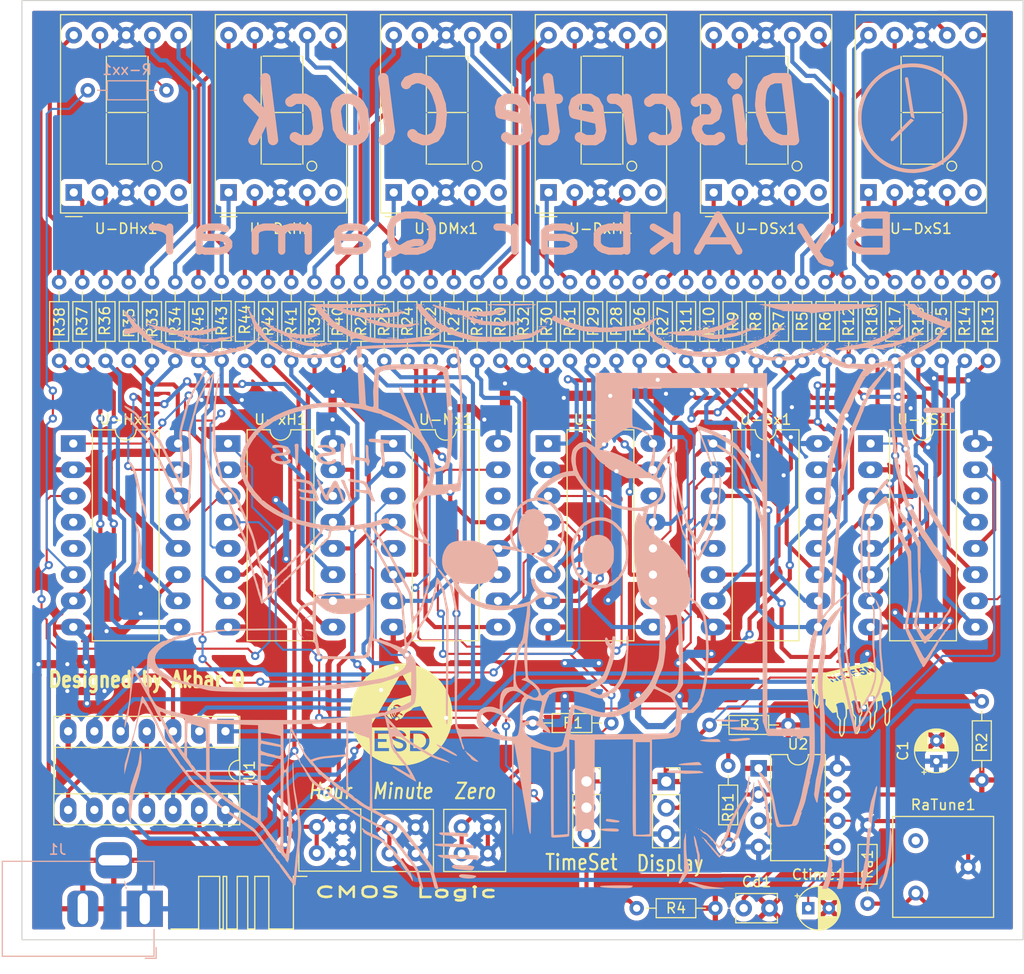
<source format=kicad_pcb>
(kicad_pcb (version 20211014) (generator pcbnew)
  (layers (0 "F.Cu" signal) (31 "B.Cu" signal) (34 "B.Paste" user) (35 "F.Paste" user) (36 "B.SilkS" user "B.Silkscreen") (37 "F.SilkS" user "F.Silkscreen") (38 "B.Mask" user) (39 "F.Mask" user) (44 "Edge.Cuts" user))
  (net 0 "")
  (net 1 "Net-(Cd1-Pad1)")
  (net 2 "GND")
  (net 3 "Net-(Ctime1-Pad1)")
  (net 4 "/SecondsCount/Disp_In")
  (net 5 "VCC")
  (net 6 "/HoursCount/Clock-In")
  (net 7 "/MinutesCount/Clock-In")
  (net 8 "Net-(R-xx1-Pad1)")
  (net 9 "Net-(R-xx1-Pad2)")
  (net 10 "/SecondsCount/Reset")
  (net 11 "Net-(R4-Pad1)")
  (net 12 "Net-(R5-Pad1)")
  (net 13 "Net-(R5-Pad2)")
  (net 14 "Net-(R6-Pad1)")
  (net 15 "Net-(R6-Pad2)")
  (net 16 "Net-(R7-Pad1)")
  (net 17 "Net-(R7-Pad2)")
  (net 18 "Net-(R8-Pad1)")
  (net 19 "Net-(R8-Pad2)")
  (net 20 "Net-(R9-Pad1)")
  (net 21 "Net-(R9-Pad2)")
  (net 22 "Net-(R10-Pad1)")
  (net 23 "Net-(R10-Pad2)")
  (net 24 "Net-(R11-Pad1)")
  (net 25 "Net-(R11-Pad2)")
  (net 26 "Net-(R12-Pad1)")
  (net 27 "Net-(R12-Pad2)")
  (net 28 "Net-(R13-Pad1)")
  (net 29 "Net-(R13-Pad2)")
  (net 30 "Net-(R14-Pad1)")
  (net 31 "Net-(R14-Pad2)")
  (net 32 "Net-(R15-Pad1)")
  (net 33 "Net-(R15-Pad2)")
  (net 34 "Net-(R16-Pad1)")
  (net 35 "Net-(R16-Pad2)")
  (net 36 "Net-(R17-Pad1)")
  (net 37 "Net-(R17-Pad2)")
  (net 38 "Net-(R18-Pad1)")
  (net 39 "Net-(R18-Pad2)")
  (net 40 "Net-(R19-Pad1)")
  (net 41 "Net-(R19-Pad2)")
  (net 42 "Net-(R20-Pad1)")
  (net 43 "Net-(R20-Pad2)")
  (net 44 "Net-(R21-Pad1)")
  (net 45 "Net-(R21-Pad2)")
  (net 46 "Net-(R22-Pad1)")
  (net 47 "Net-(R22-Pad2)")
  (net 48 "Net-(R23-Pad1)")
  (net 49 "Net-(R23-Pad2)")
  (net 50 "Net-(R24-Pad1)")
  (net 51 "Net-(R24-Pad2)")
  (net 52 "Net-(R25-Pad1)")
  (net 53 "Net-(R25-Pad2)")
  (net 54 "Net-(R26-Pad1)")
  (net 55 "Net-(R26-Pad2)")
  (net 56 "Net-(R27-Pad1)")
  (net 57 "Net-(R27-Pad2)")
  (net 58 "Net-(R28-Pad1)")
  (net 59 "Net-(R28-Pad2)")
  (net 60 "Net-(R29-Pad1)")
  (net 61 "Net-(R29-Pad2)")
  (net 62 "Net-(R30-Pad1)")
  (net 63 "Net-(R30-Pad2)")
  (net 64 "Net-(R31-Pad1)")
  (net 65 "Net-(R31-Pad2)")
  (net 66 "Net-(R32-Pad1)")
  (net 67 "Net-(R32-Pad2)")
  (net 68 "Net-(R33-Pad1)")
  (net 69 "Net-(R33-Pad2)")
  (net 70 "Net-(R34-Pad1)")
  (net 71 "Net-(R34-Pad2)")
  (net 72 "Net-(R35-Pad1)")
  (net 73 "Net-(R35-Pad2)")
  (net 74 "Net-(R36-Pad1)")
  (net 75 "Net-(R36-Pad2)")
  (net 76 "Net-(R37-Pad1)")
  (net 77 "Net-(R37-Pad2)")
  (net 78 "Net-(R38-Pad1)")
  (net 79 "Net-(R38-Pad2)")
  (net 80 "Net-(R39-Pad1)")
  (net 81 "Net-(R39-Pad2)")
  (net 82 "Net-(R40-Pad1)")
  (net 83 "Net-(R40-Pad2)")
  (net 84 "Net-(R41-Pad1)")
  (net 85 "Net-(R41-Pad2)")
  (net 86 "Net-(R42-Pad1)")
  (net 87 "Net-(R42-Pad2)")
  (net 88 "Net-(R43-Pad1)")
  (net 89 "Net-(R43-Pad2)")
  (net 90 "Net-(R44-Pad1)")
  (net 91 "Net-(R44-Pad2)")
  (net 92 "Net-(R45-Pad1)")
  (net 93 "Net-(R45-Pad2)")
  (net 94 "Net-(Ra1-Pad2)")
  (net 96 "/clock-circuit/Clock")
  (net 97 "/SecondsCount/Clock-In")
  (net 103 "Net-(U-Hx1-Pad1)")
  (net 104 "Net-(U-Hx1-Pad3)")
  (net 105 "/HoursCount/Disp_En")
  (net 108 "/HoursCount/Clk-Out")
  (net 109 "Net-(U-Mx1-Pad1)")
  (net 110 "Net-(U-Mx1-Pad3)")
  (net 111 "/HoursCount/Disp_In")
  (net 114 "Net-(U-Sx1-Pad1)")
  (net 115 "Net-(U-Sx1-Pad3)")
  (net 116 "/MinutesCount/Disp_In")
  (net 122 "Net-(U1-Pad11)")
  (footprint "Display_7Segment:D1X8K" (layer "F.Cu") (at 100.92 38.4975 90)
    (fp_text reference "U-DxS1")
    (fp_text value "D168K")
  )
  (footprint "Global Custom Lib:Tact Momentary Switch" (layer "F.Cu") (at 62.79 101.29)
    (fp_text reference "Zero")
    (fp_text value "SW_Push")
  )
  (footprint "Resistor_THT:R_Axial_DIN0204_L3.6mm_D1.6mm_P7.62mm_Horizontal" (layer "F.Cu") (at 90 47.19 -90)
    (fp_text reference "R8")
    (fp_text value "270R")
  )
  (footprint "Resistor_THT:R_Axial_DIN0204_L3.6mm_D1.6mm_P7.62mm_Horizontal" (layer "F.Cu") (at 76.5 47.19 -90)
    (fp_text reference "R28")
    (fp_text value "270R")
  )
  (footprint "Resistor_THT:R_Axial_DIN0204_L3.6mm_D1.6mm_P7.62mm_Horizontal" (layer "F.Cu") (at 38.25 47.13 -90)
    (fp_text reference "R43")
    (fp_text value "270R")
  )
  (footprint "Resistor_THT:R_Axial_DIN0204_L3.6mm_D1.6mm_P7.62mm_Horizontal" (layer "F.Cu") (at 85.52 90.09)
    (fp_text reference "R3")
    (fp_text value "10k")
  )
  (footprint "Capacitor_THT:C_Disc_D3.8mm_W2.6mm_P2.50mm" (layer "F.Cu") (at 88.83 107.84)
    (fp_text reference "Cd1")
    (fp_text value "0.01uF")
  )
  (footprint "Resistor_THT:R_Axial_DIN0204_L3.6mm_D1.6mm_P7.62mm_Horizontal" (layer "F.Cu") (at 78.46 107.84)
    (fp_text reference "R4")
    (fp_text value "10k")
  )
  (footprint "Resistor_THT:R_Axial_DIN0204_L3.6mm_D1.6mm_P7.62mm_Horizontal" (layer "F.Cu") (at 94.5 47.19 -90)
    (fp_text reference "R5")
    (fp_text value "270R")
  )
  (footprint "Resistor_THT:R_Axial_DIN0204_L3.6mm_D1.6mm_P7.62mm_Horizontal" (layer "F.Cu") (at 29.25 47.19 -90)
    (fp_text reference "R35")
    (fp_text value "270R")
  )
  (footprint "Package_DIP:DIP-16_W10.16mm_LongPads" (layer "F.Cu") (at 38.875 62.825)
    (fp_text reference "U-xH1")
    (fp_text value "CD4026BE")
  )
  (footprint "LOGO" (layer "F.Cu") (at 40.1 107.1 180)
    (fp_text reference "G***" hide)
    (fp_text value "LOGO" hide)
  )
  (footprint "Resistor_THT:R_Axial_DIN0204_L3.6mm_D1.6mm_P7.62mm_Horizontal" (layer "F.Cu") (at 65.25 47.19 -90)
    (fp_text reference "R20")
    (fp_text value "270R")
  )
  (footprint "Capacitor_THT:CP_Radial_D4.0mm_P2.00mm" (layer "F.Cu") (at 107.5 93.6 90)
    (fp_text reference "C1")
    (fp_text value "10uF")
  )
  (footprint "Resistor_THT:R_Axial_DIN0204_L3.6mm_D1.6mm_P7.62mm_Horizontal" (layer "F.Cu") (at 96.75 47.19 -90)
    (fp_text reference "R6")
    (fp_text value "270R")
  )
  (footprint "Resistor_THT:R_Axial_DIN0204_L3.6mm_D1.6mm_P7.62mm_Horizontal" (layer "F.Cu") (at 60.75 47.19 -90)
    (fp_text reference "R21")
    (fp_text value "270R")
  )
  (footprint "Package_DIP:DIP-16_W10.16mm_LongPads" (layer "F.Cu") (at 23.875 62.825)
    (fp_text reference "U-Hx1")
    (fp_text value "CD4026BE")
  )
  (footprint "Global Custom Lib:Tact Momentary Switch" (layer "F.Cu") (at 55.79 101.29)
    (fp_text reference "Minute")
    (fp_text value "SW_Push")
  )
  (footprint "Resistor_THT:R_Axial_DIN0204_L3.6mm_D1.6mm_P7.62mm_Horizontal" (layer "F.Cu") (at 72 47.19 -90)
    (fp_text reference "R31")
    (fp_text value "270R")
  )
  (footprint "Resistor_THT:R_Axial_DIN0204_L3.6mm_D1.6mm_P7.62mm_Horizontal" (layer "F.Cu") (at 85.5 47.19 -90)
    (fp_text reference "R10")
    (fp_text value "270R")
  )
  (footprint "Resistor_THT:R_Axial_DIN0204_L3.6mm_D1.6mm_P7.62mm_Horizontal" (layer "F.Cu") (at 83.25 47.19 -90)
    (fp_text reference "R11")
    (fp_text value "270R")
  )
  (footprint "Connector_PinSocket_2.54mm:PinSocket_1x03_P2.54mm_Vertical" (layer "F.Cu") (at 81.325 95.575)
    (fp_text reference "Display")
    (fp_text value "SW_SPDT")
  )
  (footprint "LOGO" (layer "F.Cu") (at 55.7 89.1)
    (fp_text reference "G***" hide)
    (fp_text value "LOGO" hide)
  )
  (footprint "Resistor_THT:R_Axial_DIN0204_L3.6mm_D1.6mm_P7.62mm_Horizontal" (layer "F.Cu") (at 47.25 47.19 -90)
    (fp_text reference "R39")
    (fp_text value "270R")
  )
  (footprint "Resistor_THT:R_Axial_DIN0204_L3.6mm_D1.6mm_P7.62mm_Horizontal" (layer "F.Cu") (at 54 47.19 -90)
    (fp_text reference "R23")
    (fp_text value "270R")
  )
  (footprint "Resistor_THT:R_Axial_DIN0204_L3.6mm_D1.6mm_P7.62mm_Horizontal" (layer "F.Cu") (at 40.5 47.19 -90)
    (fp_text reference "R44")
    (fp_text value "270R")
  )
  (footprint "Resistor_THT:R_Axial_DIN0204_L3.6mm_D1.6mm_P7.62mm_Horizontal" (layer "F.Cu") (at 105.75 47.19 -90)
    (fp_text reference "R16")
    (fp_text value "270R")
  )
  (footprint "Display_7Segment:D1X8K" (layer "F.Cu") (at 38.92 38.4975 90)
    (fp_text reference "U-DxH1")
    (fp_text value "D168K")
  )
  (footprint "Display_7Segment:D1X8K" (layer "F.Cu") (at 54.92 38.4975 90)
    (fp_text reference "U-DMx1")
    (fp_text value "D168K")
  )
  (footprint "Resistor_THT:R_Axial_DIN0204_L3.6mm_D1.6mm_P7.62mm_Horizontal" (layer "F.Cu") (at 103.5 47.19 -90)
    (fp_text reference "R17")
    (fp_text value "270R")
  )
  (footprint "Global Custom Lib:Tact Momentary Switch" (layer "F.Cu") (at 48.75 101.25)
    (fp_text reference "Hour")
    (fp_text value "SW_Push")
  )
  (footprint "Resistor_THT:R_Axial_DIN0204_L3.6mm_D1.6mm_P7.62mm_Horizontal" (layer "F.Cu") (at 69.75 47.19 -90)
    (fp_text reference "R30")
    (fp_text value "270R")
  )
  (footprint "Resistor_THT:R_Axial_DIN0204_L3.6mm_D1.6mm_P7.62mm_Horizontal" (layer "F.Cu") (at 33.75 47.19 -90)
    (fp_text reference "R34")
    (fp_text value "270R")
  )
  (footprint "Display_7Segment:D1X8K" (layer "F.Cu") (at 85.92 38.4975 90)
    (fp_text reference "U-DSx1")
    (fp_text value "D168K")
  )
  (footprint "Capacitor_THT:CP_Radial_D4.0mm_P2.00mm" (layer "F.Cu") (at 95.08 107.84)
    (fp_text reference "Ctime1")
    (fp_text value "1uF")
  )
  (footprint "Resistor_THT:R_Axial_DIN0204_L3.6mm_D1.6mm_P7.62mm_Horizontal" (layer "F.Cu") (at 76.01 89.9 180)
    (fp_text reference "R1")
    (fp_text value "10k")
  )
  (footprint "Resistor_THT:R_Axial_DIN0204_L3.6mm_D1.6mm_P7.62mm_Horizontal" (layer "F.Cu") (at 56.25 47.19 -90)
    (fp_text reference "R24")
    (fp_text value "270R")
  )
  (footprint "Package_DIP:DIP-16_W10.16mm_LongPads" (layer "F.Cu") (at 85.875 62.825)
    (fp_text reference "U-Sx1")
    (fp_text value "CD4026BE")
  )
  (footprint "Resistor_THT:R_Axial_DIN0204_L3.6mm_D1.6mm_P7.62mm_Horizontal" (layer "F.Cu") (at 92.25 47.19 -90)
    (fp_text reference "R7")
    (fp_text value "270R")
  )
  (footprint "Resistor_THT:R_Axial_DIN0204_L3.6mm_D1.6mm_P7.62mm_Horizontal" (layer "F.Cu") (at 51.75 47.19 -90)
    (fp_text reference "R25")
    (fp_text value "270R")
  )
  (footprint "Resistor_THT:R_Axial_DIN0204_L3.6mm_D1.6mm_P7.62mm_Horizontal" (layer "F.Cu") (at 111.9 87.8 -90)
    (fp_text reference "R2")
    (fp_text value "10k")
  )
  (footprint "Resistor_THT:R_Axial_DIN0204_L3.6mm_D1.6mm_P7.62mm_Horizontal" (layer "F.Cu") (at 101.25 47.19 -90)
    (fp_text reference "R18")
    (fp_text value "270R")
  )
  (footprint "Display_7Segment:D1X8K" (layer "F.Cu") (at 23.92 38.4975 90)
    (fp_text reference "U-DHx1")
    (fp_text value "D168K")
  )
  (footprint "Resistor_THT:R_Axial_DIN0204_L3.6mm_D1.6mm_P7.62mm_Horizontal" (layer "F.Cu") (at 99 47.19 -90)
    (fp_text reference "R12")
    (fp_text value "270R")
  )
  (footprint "LOGO" (layer "F.Cu") (at 99.4 87.6)
    (fp_text reference "G***" hide)
    (fp_text value "LOGO" hide)
  )
  (footprint "Resistor_THT:R_Axial_DIN0204_L3.6mm_D1.6mm_P7.62mm_Horizontal" (layer "F.Cu") (at 74.25 47.19 -90)
    (fp_text reference "R29")
    (fp_text value "270R")
  )
  (footprint "Resistor_THT:R_Axial_DIN0204_L3.6mm_D1.6mm_P7.62mm_Horizontal" (layer "F.Cu") (at 58.5 47.19 -90)
    (fp_text reference "R22")
    (fp_text value "270R")
  )
  (footprint "Package_DIP:DIP-8_W7.62mm" (layer "F.Cu") (at 90.28 94.29)
    (fp_text reference "U2")
    (fp_text value "NE555P")
  )
  (footprint "Resistor_THT:R_Axial_DIN0204_L3.6mm_D1.6mm_P7.62mm_Horizontal" (layer "F.Cu") (at 36 47.19 -90)
    (fp_text reference "R45")
    (fp_text value "270R")
  )
  (footprint "Resistor_THT:R_Axial_DIN0204_L3.6mm_D1.6mm_P7.62mm_Horizontal" (layer "F.Cu") (at 31.5 47.19 -90)
    (fp_text reference "R33")
    (fp_text value "270R")
  )
  (footprint "Package_DIP:DIP-14_W7.62mm_Socket_LongPads" (layer "F.Cu") (at 38.62 90.7 -90)
    (fp_text reference "U1")
    (fp_text value "4081")
  )
  (footprint "Display_7Segment:D1X8K" (layer "F.Cu") (at 69.92 38.4975 90)
    (fp_text reference "U-DxM1")
    (fp_text value "D168K")
  )
  (footprint "Resistor_THT:R_Axial_DIN0204_L3.6mm_D1.6mm_P7.62mm_Horizontal" (layer "F.Cu") (at 87.75 47.19 -90)
    (fp_text reference "R9")
    (fp_text value "270R")
  )
  (footprint "Resistor_THT:R_Axial_DIN0204_L3.6mm_D1.6mm_P7.62mm_Horizontal" (layer "F.Cu") (at 87.33 101.65 90)
    (fp_text reference "Rb1")
    (fp_text value "470R")
  )
  (footprint "Resistor_THT:R_Axial_DIN0204_L3.6mm_D1.6mm_P7.62mm_Horizontal" (layer "F.Cu") (at 67.5 47.19 -90)
    (fp_text reference "R32")
    (fp_text value "270R")
  )
  (footprint "Resistor_THT:R_Axial_DIN0204_L3.6mm_D1.6mm_P7.62mm_Horizontal" (layer "F.Cu") (at 108 47.19 -90)
    (fp_text reference "R15")
    (fp_text value "270R")
  )
  (footprint "Potentiometer_THT:Potentiometer_Bourns_3386F_Vertical" (layer "F.Cu") (at 105.5 106.38)
    (fp_text reference "RaTune1")
    (fp_text value "10kR")
  )
  (footprint "Resistor_THT:R_Axial_DIN0204_L3.6mm_D1.6mm_P7.62mm_Horizontal" (layer "F.Cu") (at 112.5 47.19 -90)
    (fp_text reference "R13")
    (fp_text value "270R")
  )
  (footprint "Resistor_THT:R_Axial_DIN0204_L3.6mm_D1.6mm_P7.62mm_Horizontal" (layer "F.Cu") (at 110.25 47.19 -90)
    (fp_text reference "R14")
    (fp_text value "270R")
  )
  (footprint "Resistor_THT:R_Axial_DIN0204_L3.6mm_D1.6mm_P7.62mm_Horizontal" (layer "F.Cu") (at 45 47.19 -90)
    (fp_text reference "R41")
    (fp_text value "270R")
  )
  (footprint "Resistor_THT:R_Axial_DIN0204_L3.6mm_D1.6mm_P7.62mm_Horizontal" (layer "F.Cu") (at 63 47.19 -90)
    (fp_text reference "R19")
    (fp_text value "270R")
  )
  (footprint "Resistor_THT:R_Axial_DIN0204_L3.6mm_D1.6mm_P7.62mm_Horizontal" (layer "F.Cu") (at 24.75 47.19 -90)
    (fp_text reference "R37")
    (fp_text value "270R")
  )
  (footprint "Package_DIP:DIP-16_W10.16mm_LongPads" (layer "F.Cu") (at 54.875 62.825)
    (fp_text reference "U-Mx1")
    (fp_text value "CD4026BE")
  )
  (footprint "Resistor_THT:R_Axial_DIN0204_L3.6mm_D1.6mm_P7.62mm_Horizontal" (layer "F.Cu") (at 22.5 47.19 -90)
    (fp_text reference "R38")
    (fp_text value "270R")
  )
  (footprint "Package_DIP:DIP-16_W10.16mm_LongPads" (layer "F.Cu") (at 101.125 62.825)
    (fp_text reference "U-xS1")
    (fp_text value "CD4026BE")
  )
  (footprint "Connector_PinSocket_2.54mm:PinSocket_1x03_P2.54mm_Vertical" (layer "F.Cu") (at 73.6 95.56)
    (fp_text reference "TimeSet")
    (fp_text value "SW_SPDT")
  )
  (footprint "Resistor_THT:R_Axial_DIN0204_L3.6mm_D1.6mm_P7.62mm_Horizontal" (layer "F.Cu") (at 49.5 47.19 -90)
    (fp_text reference "R40")
    (fp_text value "270R")
  )
  (footprint "Package_DIP:DIP-16_W10.16mm_LongPads" (layer "F.Cu") (at 69.875 62.825)
    (fp_text reference "U-xM1")
    (fp_text value "CD4026BE")
  )
  (footprint "Resistor_THT:R_Axial_DIN0204_L3.6mm_D1.6mm_P7.62mm_Horizontal" (layer "F.Cu") (at 27 47.19 -90)
    (fp_text reference "R36")
    (fp_text value "270R")
  )
  (footprint "Resistor_THT:R_Axial_DIN0204_L3.6mm_D1.6mm_P7.62mm_Horizontal" (layer "F.Cu") (at 81 47.19 -90)
    (fp_text reference "R27")
    (fp_text value "270R")
  )
  (footprint "Resistor_THT:R_Axial_DIN0204_L3.6mm_D1.6mm_P7.62mm_Horizontal" (layer "F.Cu") (at 100.83 99.78 -90)
    (fp_text reference "Ra1")
    (fp_text value "1kR")
  )
  (footprint "Resistor_THT:R_Axial_DIN0204_L3.6mm_D1.6mm_P7.62mm_Horizontal" (layer "F.Cu") (at 78.75 47.19 -90)
    (fp_text reference "R26")
    (fp_text value "270R")
  )
  (footprint "Resistor_THT:R_Axial_DIN0204_L3.6mm_D1.6mm_P7.62mm_Horizontal" (layer "F.Cu") (at 42.75 47.19 -90)
    (fp_text reference "R42")
    (fp_text value "270R")
  )
  (footprint "Connector_BarrelJack:BarrelJack_Horizontal" (layer "B.Cu") (at 30.8 107.9)
    (fp_text reference "J1")
    (fp_text value "Barrel_Jack")
  )
  (footprint "LOGO" (layer "B.Cu") (at 68.9 77.6 180)
    (fp_text reference "G***" hide)
    (fp_text value "LOGO" hide)
  )
  (footprint "Resistor_THT:R_Axial_DIN0204_L3.6mm_D1.6mm_P7.62mm_Horizontal" (layer "B.Cu") (at 32.9 28.6 180)
    (fp_text reference "R-xx1")
    (fp_text value "270R")
  )
  (footprint "LOGO" (layer "B.Cu") (at 105.1 31 180)
    (fp_text reference "G***" hide)
    (fp_text value "LOGO" hide)
  )
  (gr_line (start 106.5 59.6) (end 109 59.6) (layer "B.SilkS") (width 0.5))
  (gr_rect (start 18.9 19.9) (end 115.9 110.9) (layer "Edge.Cuts") (width 0.1) (fill none))
  (gr_text "By Akbar Qamar" (at 67.5 42.6) (layer "B.SilkS") (effects (font (size 3.5 6) (thickness 0.7)) (justify mirror)))
  (gr_text "Discrete Clock" (at 67.6 30.7) (layer "B.SilkS") (effects (font (size 6 5) (thickness 1) italic) (justify mirror)))
  (gr_text "CMOS Logic" (at 56.1 106.3) (layer "F.SilkS") (effects (font (size 1 2) (thickness 0.25))))
  (gr_text "Designed by Akbar Q" (at 31 85.7) (layer "F.SilkS") (effects (font (size 1.5 1.2) (thickness 0.3))))
  (segment (start 93.79 101.91) (end 88.83 106.87) (width 0.4) (layer "F.Cu") (net 1))
  (segment (start 88.83 106.87) (end 88.83 107.84) (width 0.4) (layer "F.Cu") (net 1))
  (segment (start 97.9 101.91) (end 93.79 101.91) (width 0.4) (layer "F.Cu") (net 1))
  (segment (start 76.365 65.365) (end 69.875 65.365) (width 1) (layer "F.Cu") (net 2))
  (segment (start 85.875 80.605) (end 83.89952 78.62952) (width 0.6) (layer "F.Cu") (net 2))
  (segment (start 85.8 65.4) (end 85.835 65.365) (width 0.6) (layer "F.Cu") (net 2))
  (segment (start 76.5 65.5) (end 76.365 65.365) (width 1) (layer "F.Cu") (net 2))
  (segment (start 75.7 78) (end 74.8 78.9) (width 1) (layer "F.Cu") (net 2))
  (segment (start 71.5 84.1) (end 71.5 87.3) (width 0.8) (layer "F.Cu") (net 2))
  (segment (start 103.899511 66.327409) (end 103.899511 78.800489) (width 0.2) (layer "F.Cu") (net 2))
  (segment (start 76.5 65.5) (end 76.635 65.365) (width 1) (layer "F.Cu") (net 2))
  (segment (start 78.3 84.1) (end 74.8 84.1) (width 0.6) (layer "F.Cu") (net 2))
  (segment (start 78.6 84.4) (end 78.3 84.1) (width 0.6) (layer "F.Cu") (net 2))
  (segment (start 85.8 65.4) (end 84.1 67.1) (width 0.2) (layer "F.Cu") (net 2))
  (segment (start 74.8 78.9) (end 74.8 84.1) (width 1) (layer "F.Cu") (net 2))
  (segment (start 84.1 67.1) (end 84.1 78.42904) (width 0.2) (layer "F.Cu") (net 2))
  (segment (start 102.937102 65.365) (end 101.125 65.365) (width 0.2) (layer "F.Cu") (net 2))
  (segment (start 84.1 78.42904) (end 83.89952 78.62952) (width 0.2) (layer "F.Cu") (net 2))
  (segment (start 85.835 65.365) (end 85.875 65.365) (width 0.6) (layer "F.Cu") (net 2))
  (segment (start 103.899511 78.800489) (end 103.5 79.2) (width 0.2) (layer "F.Cu") (net 2))
  (segment (start 102.937102 65.365) (end 103.899511 66.327409) (width 0.2) (layer "F.Cu") (net 2))
  (segment (start 78.6 87.2) (end 78.6 84.4) (width 0.6) (layer "F.Cu") (net 2))
  (segment (start 76.635 65.365) (end 80.035 65.365) (width 1) (layer "F.Cu") (net 2))
  (via (at 82.6 87.3) (size 0.8) (drill 0.4) (layers "F.Cu" "B.Cu") (net 2))
  (via (at 25.1 84) (size 0.8) (drill 0.4) (layers "F.Cu" "B.Cu") (net 2))
  (via (at 71.5 87.3) (size 0.8) (drill 0.4) (layers "F.Cu" "B.Cu") (net 2))
  (via (at 55.2 84.6) (size 0.8) (drill 0.4) (layers "F.Cu" "B.Cu") (net 2))
  (via (at 85.7 83.2) (size 0.8) (drill 0.4) (layers "F.Cu" "B.Cu") (net 2))
  (via (at 44.5 74) (size 0.8) (drill 0.4) (layers "F.Cu" "B.Cu") (net 2))
  (via (at 74.8 84.1) (size 0.8) (drill 0.4) (layers "F.Cu" "B.Cu") (net 2))
  (via (at 75.7 78) (size 0.8) (drill 0.4) (layers "F.Cu" "B.Cu") (net 2))
  (via (at 100.8 83.2) (size 0.8) (drill 0.4) (layers "F.Cu" "B.Cu") (net 2))
  (via (at 103.5 79.2) (size 0.8) (drill 0.4) (layers "F.Cu" "B.Cu") (net 2))
  (via (at 76.5 65.5) (size 0.8) (drill 0.4) (layers "F.Cu" "B.Cu") (net 2))
  (via (at 82.5 84.1005) (size 0.8) (drill 0.4) (layers "F.Cu" "B.Cu") (net 2))
  (via (at 25.2 88) (size 0.8) (drill 0.4) (layers "F.Cu" "B.Cu") (net 2))
  (via (at 43.5 68.3) (size 0.8) (drill 0.4) (layers "F.Cu" "B.Cu") (net 2))
  (via (at 108.8 80) (size 0.8) (drill 0.4) (layers "F.Cu" "B.Cu") (net 2))
  (via (at 78.6 87.2) (size 0.8) (drill 0.4) (layers "F.Cu" "B.Cu") (net 2))
  (via (at 71.5 84.1) (size 0.8) (drill 0.4) (layers "F.Cu" "B.Cu") (net 2))
  (via (at 100.5 88.4) (size 0.8) (drill 0.4) (layers "F.Cu" "B.Cu") (net 2))
  (segment (start 71.1 89.9) (end 68.39 89.9) (width 0.8) (layer "B.Cu") (net 2))
  (segment (start 55.2 84.501938) (end 55.2 84.6) (width 0.4) (layer "B.Cu") (net 2))
  (segment (start 82.6 88.7) (end 81.1 90.2) (width 0.6) (layer "B.Cu") (net 2))
  (segment (start 52.5 66.8) (end 52.47596 66.82404) (width 0.4) (layer "B.Cu") (net 2))
  (segment (start 52 82.3) (end 52 83.1) (width 0.4) (layer "B.Cu") (net 2))
  (segment (start 79.5 90.2) (end 78.9 89.6) (width 0.6) (layer "B.Cu") (net 2))
  (segment (start 25.2 88) (end 25.2 84.1) (width 0.6) (layer "B.Cu") (net 2))
  (segment (start 52.47596 81.82404) (end 52 82.3) (width 0.4) (layer "B.Cu") (net 2))
  (segment (start 76.5 65.5) (end 76.5 77.2) (width 1) (layer "B.Cu") (net 2))
  (segment (start 83.4005 83.2) (end 85.7 83.2) (width 0.8) (layer "B.Cu") (net 2))
  (segment (start 78.9 89.6) (end 78.6 89.3) (width 0.6) (layer "B.Cu") (net 2))
  (segment (start 78.6 89.3) (end 78.6 87.2) (width 0.6) (layer "B.Cu") (net 2))
  (segment (start 100.5 88.4) (end 100.5 83.5) (width 0.8) (layer "B.Cu") (net 2))
  (segment (start 52.47596 74.2) (end 52.47596 81.82404) (width 0.4) (layer "B.Cu") (net 2))
  (segment (start 104.3 80) (end 103.5 79.2) (width 0.6) (layer "B.Cu") (net 2))
  (segment (start 81.1 90.2) (end 79.5 90.2) (width 0.6) (layer "B.Cu") (net 2))
  (segment (start 52.1 83.2) (end 53.000969 84.100969) (width 0.4) (layer "B.Cu") (net 2))
  (segment (start 71.5 89.5) (end 71.1 89.9) (width 0.8) (layer "B.Cu") (net 2))
  (segment (start 71.5 87.3) (end 71.5 89.5) (width 0.8) (layer "B.Cu") (net 2))
  (segment (start 82.6 87.3) (end 82.6 88.7) (width 0.6) (layer "B.Cu") (net 2))
  (segment (start 76.5 77.2) (end 75.7 78) (width 1) (layer "B.Cu") (net 2))
  (segment (start 100.5 83.5) (end 100.8 83.2) (width 0.8) (layer "B.Cu") (net 2))
  (segment (start 54.799031 84.100969) (end 55.2 84.501938) (width 0.4) (layer "B.Cu") (net 2))
  (segment (start 52.47596 66.82404) (end 52.47596 74.2) (width 0.4) (layer "B.Cu") (net 2))
  (segment (start 108.8 80) (end 104.3 80) (width 0.6) (layer "B.Cu") (net 2))
  (segment (start 82.5 84.1005) (end 83.4005 83.2) (width 0.8) (layer "B.Cu") (net 2))
  (segment (start 52 83.1) (end 52.1 83.2) (width 0.4) (layer "B.Cu") (net 2))
  (segment (start 44.5 69.3) (end 44.5 74) (width 0.6) (layer "B.Cu") (net 2))
  (segment (start 74.8 84.1) (end 71.5 84.1) (width 0.8) (layer "B.Cu") (net 2))
  (segment (start 53.000969 84.100969) (end 54.799031 84.100969) (width 0.4) (layer "B.Cu") (net 2))
  (segment (start 54.875 65.365) (end 53.935 65.365) (width 0.4) (layer "B.Cu") (net 2))
  (segment (start 25.2 84.1) (end 25.1 84) (width 0.6) (layer "B.Cu") (net 2))
  (segment (start 25.1 81.83) (end 23.875 80.605) (width 0.6) (layer "B.Cu") (net 2))
  (segment (start 53.935 65.365) (end 52.5 66.8) (width 0.4) (layer "B.Cu") (net 2))
  (segment (start 25.1 84) (end 25.1 81.83) (width 0.6) (layer "B.Cu") (net 2))
  (segment (start 43.5 68.3) (end 44.5 69.3) (width 0.6) (layer "B.Cu") (net 2))
  (segment (start 95.47 99.37) (end 92.93 96.83) (width 0.4) (layer "F.Cu") (net 3))
  (segment (start 95.08 107.84) (end 95.08 105.82) (width 0.2) (layer "F.Cu") (net 3))
  (segment (start 99.3 103.8) (end 99.3 99.5) (width 0.2) (layer "F.Cu") (net 3))
  (segment (start 97.9 99.37) (end 95.47 99.37) (width 0.4) (layer "F.Cu") (net 3))
  (segment (start 99.17 99.37) (end 97.9 99.37) (width 0.2) (layer "F.Cu") (net 3))
  (segment (start 92.93 96.83) (end 90.28 96.83) (width 0.4) (layer "F.Cu") (net 3))
  (segment (start 95.08 105.82) (end 97.1 103.8) (width 0.2) (layer "F.Cu") (net 3))
  (segment (start 87.33 101.65) (end 87.33 97.97) (width 0.4) (layer "F.Cu") (net 3))
  (segment (start 99.3 99.5) (end 99.17 99.37) (width 0.2) (layer "F.Cu") (net 3))
  (segment (start 97.1 103.8) (end 99.3 103.8) (width 0.2) (layer "F.Cu") (net 3))
  (segment (start 87.33 97.97) (end 88.47 96.83) (width 0.4) (layer "F.Cu") (net 3))
  (segment (start 88.47 96.83) (end 90.28 96.83) (width 0.4) (layer "F.Cu") (net 3))
  (segment (start 91.5 87.1) (end 90.5 88.1) (width 0.4) (layer "F.Cu") (net 4))
  (segment (start 105.5005 65.3) (end 106.60048 66.39998) (width 0.4) (layer "F.Cu") (net 4))
  (segment (start 85.1 95.542081) (end 82.527081 98.115) (width 0.4) (layer "F.Cu") (net 4))
  (segment (start 106.60048 66.39998) (end 106.60048 82.09952) (width 0.4) (layer "F.Cu") (net 4))
  (segment (start 85.1 93.5) (end 85.1 95.542081) (width 0.4) (layer "F.Cu") (net 4))
  (segment (start 90.5 88.1) (end 90.5 90.4) (width 0.4) (layer "F.Cu") (net 4))
  (segment (start 90.5 90.4) (end 89.9 91) (width 0.4) (layer "F.Cu") (net 4))
  (segment (start 101.6 87.1) (end 91.5 87.1) (width 0.4) (layer "F.Cu") (net 4))
  (segment (start 89.9 91) (end 87.6 91) (width 0.4) (layer "F.Cu") (net 4))
  (segment (start 87.6 91) (end 85.1 93.5) (width 0.4) (layer "F.Cu") (net 4))
  (segment (start 82.527081 98.115) (end 81.325 98.115) (width 0.4) (layer "F.Cu") (net 4))
  (segment (start 106.60048 82.09952) (end 101.6 87.1) (width 0.4) (layer "F.Cu") (net 4))
  (via (at 105.5005 65.3) (size 0.8) (drill 0.4) (layers "F.Cu" "B.Cu") (net 4))
  (segment (start 105.5005 67.905) (end 101.125 67.905) (width 0.4) (layer "B.Cu") (net 4))
  (segment (start 105.5005 65.3) (end 105.5005 67.905) (width 0.4) (layer "B.Cu") (net 4))
  (segment (start 80.6 58.4) (end 80.6 62.26) (width 1) (layer "F.Cu") (net 5))
  (segment (start 71.6 58.2) (end 71.4 58.4) (width 1) (layer "F.Cu") (net 5))
  (segment (start 30.4 79.3) (end 28.7 81) (width 0.8) (layer "F.Cu") (net 5))
  (segment (start 110.58 100.38) (end 110.58 103.84) (width 0.4) (layer "F.Cu") (net 5))
  (segment (start 98 59.3) (end 98.8 60.1) (width 0.4) (layer "F.Cu") (net 5))
  (segment (start 31.2 71.2) (end 31.2 72.7) (width 0.8) (layer "F.Cu") (net 5))
  (segment (start 62.6 59.4) (end 63.7 60.5) (width 0.8) (layer "F.Cu") (net 5))
  (segment (start 64.04 100) (end 64.04 102.54) (width 0.4) (layer "F.Cu") (net 5))
  (segment (start 27.3 64.4) (end 27.3 65.2) (width 0.8) (layer "F.Cu") (net 5))
  (segment (start 109.6 99.4) (end 110.58 100.38) (width 0.4) (layer "F.Cu") (net 5))
  (segment (start 26.9 86.8) (end 23.3 86.8) (width 0.8) (layer "F.Cu") (net 5))
  (segment (start 89.3 61.286477) (end 86.413523 58.4) (width 0.4) (layer "F.Cu") (net 5))
  (segment (start 27.3 67.3) (end 28.9 68.9) (width 0.8) (layer "F.Cu") (net 5))
  (segment (start 28.9 68.9) (end 31.2 71.2) (width 0.8) (layer "F.Cu") (net 5))
  (segment (start 93.4 62.2) (end 93.4 65.2) (width 0.4) (layer "F.Cu") (net 5))
  (segment (start 80.6 62.26) (end 80.035 62.825) (width 1) (layer "F.Cu") (net 5))
  (segment (start 80.6 58.4) (end 81 58) (width 1) (layer "F.Cu") (net 5))
  (segment (start 64.6 60.5) (end 65.1 60) (width 0.8) (layer "F.Cu") (net 5))
  (segment (start 93.4 65.2) (end 92.7 65.9) (width 0.4) (layer "F.Cu") (net 5))
  (segment (start 93.5 59.3) (end 98 59.3) (width 0.4) (layer "F.Cu") (net 5))
  (segment (start 105 61.7) (end 105 59.4) (width 0.6) (layer "F.Cu") (net 5))
  (segment (start 65.1 60) (end 65.7 59.4) (width 1) (layer "F.Cu") (net 5))
  (segment (start 90.2 64) (end 89.3 63.1) (width 0.4) (layer "F.Cu") (net 5))
  (segment (start 31.2 72.7) (end 31.2 75.9) (width 0.8) (layer "F.Cu") (net 5))
  (segment (start 27.97548 63.72452) (end 27.3 64.4) (width 0.8) (layer "F.Cu") (net 5))
  (segment (start 34.035 62.825) (end 33.13548 63.72452) (width 0.8) (layer "F.Cu") (net 5))
  (segment (start 84.2 58.4) (end 83.8 58) (width 0.4) (layer "F.Cu") (net 5))
  (segment (start 36.30048 58.6) (end 40.2 58.6) (width 0.8) (layer "F.Cu") (net 5))
  (segment (start 81.3 58) (end 76.1 58) (width 1) (layer "F.Cu") (net 5))
  (segment (start 106.5 63.2) (end 105 61.7) (width 0.6) (layer "F.Cu") (net 5))
  (segment (start 63.7 60.5) (end 64.6 60.5) (width 0.8) (layer "F.Cu") (net 5))
  (segment (start 106.7 63.2) (end 106.5 63.2) (width 0.6) (layer "F.Cu") (net 5))
  (segment (start 108.272594 56.50048) (end 107.272594 56.50048) (width 0.6) (layer "F.Cu") (net 5))
  (segment (start 81 58) (end 81.3 58) (width 1) (layer "F.Cu") (net 5))
  (segment (start 49 60.5) (end 49 57.8) (width 0.8) (layer "F.Cu") (net 5))
  (segment (start 60.4 59.4) (end 62.6 59.4) (width 0.8) (layer "F.Cu") (net 5))
  (segment (start 27.3 65.2) (end 27.3 67.3) (width 0.8) (layer "F.Cu") (net 5))
  (segment (start 33.13548 63.72452) (end 27.97548 63.72452) (width 0.8) (layer "F.Cu") (net 5))
  (segment (start 23.3 84.2) (end 20.5 84.2) (width 0.8) (layer "F.Cu") (net 5))
  (segment (start 100.83 99.78) (end 101.21 99.4) (width 0.4) (layer "F.Cu") (net 5))
  (segment (start 101.21 99.4) (end 109.6 99.4) (width 0.4) (layer "F.Cu") (net 5))
  (segment (start 75.9 58.2) (end 71.6 58.2) (width 1) (layer "F.Cu") (net 5))
  (segment (start 65.7 59.4) (end 65.7 57) (width 1) (layer "F.Cu") (net 5))
  (segment (start 89.3 63.1) (end 89.3 61.286477) (width 0.4) (layer "F.Cu") (net 5))
  (segment (start 108.472114 56.7) (end 108.272594 56.50048) (width 0.6) (layer "F.Cu") (net 5))
  (segment (start 86.413523 58.4) (end 84.2 58.4) (width 0.4) (layer "F.Cu") (net 5))
  (segment (start 76.1 58) (end 75.9 58.2) (width 1) (layer "F.Cu") (net 5))
  (segment (start 28.7 81) (end 27.1 81) (width 0.8) (layer "F.Cu") (net 5))
  (segment (start 31.2 75.9) (end 30.4 76.7) (width 0.8) (layer "F.Cu") (net 5))
  (segment (start 110.6 56.7) (end 108.472114 56.7) (width 0.6) (layer "F.Cu") (net 5))
  (via (at 49 57.8) (size 0.8) (drill 0.4) (layers "F.Cu" "B.Cu") (net 5))
  (via (at 90.2 64) (size 0.8) (drill 0.4) (layers "F.Cu" "B.Cu") (net 5))
  (via (at 65.7 57) (size 0.8) (drill 0.4) (layers "F.Cu" "B.Cu") (net 5))
  (via (at 23.3 84.2) (size 0.8) (drill 0.4) (layers "F.Cu" "B.Cu") (net 5))
  (via (at 60.4 59.4) (size 0.8) (drill 0.4) (layers "F.Cu" "B.Cu") (net 5))
  (via (at 93.4 62.2) (size 0.8) (drill 0.4) (layers "F.Cu" "B.Cu") (net 5))
  (via (at 26.9 86.8) (size 0.8) (drill 0.4) (layers "F.Cu" "B.Cu") (net 5))
  (via (at 98.8 60.1) (size 0.8) (drill 0.4) (layers "F.Cu" "B.Cu") (net 5))
  (via (at 36.30048 58.6) (size 0.8) (drill 0.4) (layers "F.Cu" "B.Cu") (net 5))
  (via (at 83.8 58) (size 0.8) (drill 0.4) (layers "F.Cu" "B.Cu") (net 5))
  (via (at 105 59.4) (size 0.8) (drill 0.4) (layers "F.Cu" "B.Cu") (net 5))
  (via (at 106.7 63.2) (size 0.8) (drill 0.4) (layers "F.Cu" "B.Cu") (net 5))
  (via (at 93.5 59.3) (size 0.8) (drill 0.4) (layers "F.Cu" "B.Cu") (net 5))
  (via (at 27.1 81) (size 0.8) (drill 0.4) (layers "F.Cu" "B.Cu") (net 5))
  (via (at 71.4 58.4) (size 0.8) (drill 0.4) (layers "F.Cu" "B.Cu") (net 5))
  (via (at 49 60.5) (size 0.8) (drill 0.4) (layers "F.Cu" "B.Cu") (net 5))
  (via (at 30.4 79.3) (size 0.8) (drill 0.4) (layers "F.Cu" "B.Cu") (net 5))
  (via (at 107.272594 56.50048) (size 0.8) (drill 0.4) (layers "F.Cu" "B.Cu") (net 5))
  (via (at 23.3 86.8) (size 0.8) (drill 0.4) (layers "F.Cu" "B.Cu") (net 5))
  (via (at 81.3 58) (size 0.8) (drill 0.4) (layers "F.Cu" "B.Cu") (net 5))
  (via (at 40.2 58.6) (size 0.8) (drill 0.4) (layers "F.Cu" "B.Cu") (net 5))
  (via (at 20.5 84.2) (size 0.8) (drill 0.4) (layers "F.Cu" "B.Cu") (net 5))
  (via (at 92.7 65.9) (size 0.8) (drill 0.4) (layers "F.Cu" "B.Cu") (net 5))
  (via (at 110.6 56.7) (size 0.8) (drill 0.4) (layers "F.Cu" "B.Cu") (net 5))
  (via (at 63.7 60.5) (size 0.8) (drill 0.4) (layers "F.Cu" "B.Cu") (net 5))
  (via (at 30.4 76.7) (size 0.8) (drill 0.4) (layers "F.Cu" "B.Cu") (net 5))
  (via (at 75.9 58.2) (size 0.8) (drill 0.4) (layers "F.Cu" "B.Cu") (net 5))
  (segment (start 107.39952 62.7) (end 107.2 62.7) (width 0.6) (layer "B.Cu") (net 5))
  (segment (start 89.8 65.3) (end 89.8 64.4) (width 0.4) (layer "B.Cu") (net 5))
  (segment (start 35.4 59.8) (end 36.30048 58.89952) (width 0.8) (layer "B.Cu") (net 5))
  (segment (start 89.8 64.4) (end 90.2 64) (width 0.4) (layer "B.Cu") (net 5))
  (segment (start 70 57) (end 65.7 57) (width 1) (layer "B.Cu") (net 5))
  (segment (start 51.6 59.4) (end 55.3 59.4) (width 0.8) (layer "B.Cu") (net 5))
  (segment (start 50 57.8) (end 51.4 59.2) (width 0.8) (layer "B.Cu") (net 5))
  (segment (start 34.035 62.825) (end 34.035 61.165) (width 0.8) (layer "B.Cu") (net 5))
  (segment (start 30.4 76.7) (end 30.4 79.3) (width 0.8) (layer "B.Cu") (net 5))
  (segment (start 92.7 65.9) (end 90.4 65.9) (width 0.4) (layer "B.Cu") (net 5))
  (segment (start 93.5 59.3) (end 93.5 62.1) (width 0.4) (layer "B.Cu") (net 5))
  (segment (start 107.401449 56.629335) (end 107.401449 58.301449) (width 0.6) (layer "B.Cu") (net 5))
  (segment (start 93.5 62.1) (end 93.4 62.2) (width 0.4) (layer "B.Cu") (net 5))
  (segment (start 55.3 59.4) (end 60.4 59.4) (width 0.8) (layer "B.Cu") (net 5))
  (segment (start 49 57.8) (end 50 57.8) (width 0.8) (layer "B.Cu") (net 5))
  (segment (start 34.035 61.165) (end 35.4 59.8) (width 0.8) (layer "B.Cu") (net 5))
  (segment (start 90.4 65.9) (end 89.8 65.3) (width 0.4) (layer "B.Cu") (net 5))
  (segment (start 36.30048 58.89952) (end 36.30048 58.6) (width 0.8) (layer "B.Cu") (net 5))
  (segment (start 107.2 62.7) (end 106.7 63.2) (width 0.6) (layer "B.Cu") (net 5))
  (segment (start 107.401449 58.301449) (end 107.39952 58.303378) (width 0.6) (layer "B.Cu") (net 5))
  (segment (start 71.4 58.4) (end 70 57) (width 1) (layer "B.Cu") (net 5))
  (segment (start 98.8 60.1) (end 104.3 60.1) (width 0.4) (layer "B.Cu") (net 5))
  (segment (start 107.39952 58.303378) (end 107.39952 62.7) (width 0.6) (layer "B.Cu") (net 5))
  (segment (start 27.1 81) (end 27.1 86.6) (width 0.8) (layer "B.Cu") (net 5))
  (segment (start 51.4 59.2) (end 51.6 59.4) (width 0.8) (layer "B.Cu") (net 5))
  (segment (start 104.3 60.1) (end 105 59.4) (width 0.4) (layer "B.Cu") (net 5))
  (segment (start 107.272594 56.50048) (end 107.401449 56.629335) (width 0.6) (layer "B.Cu") (net 5))
  (segment (start 27.1 86.6) (end 26.9 86.8) (width 0.8) (layer "B.Cu") (net 5))
  (segment (start 23.3 86.8) (end 23.3 84.2) (width 0.8) (layer "B.Cu") (net 5))
  (segment (start 63 89.4) (end 65 91.4) (width 0.2) (layer "F.Cu") (net 6))
  (segment (start 76.01 89.9) (end 74.51 91.4) (width 0.2) (layer "F.Cu") (net 6))
  (segment (start 65 91.4) (end 60.8 95.6) (width 0.2) (layer "F.Cu") (net 6))
  (segment (start 59.19952 66.09952) (end 59.93404 65.365) (width 0.2) (layer "F.Cu") (net 6))
  (segment (start 47.7 83.6) (end 47.7 89.4) (width 0.2) (layer "F.Cu") (net 6))
  (segment (start 76.01 87.21) (end 72 83.2) (width 0.2) (layer "F.Cu") (net 6))
  (segment (start 47.46 102.5) (end 47.46 99.96) (width 0.4) (layer "F.Cu") (net 6))
  (segment (start 72 83.2) (end 68.4 83.2) (width 0.2) (layer "F.Cu") (net 6))
  (segment (start 47.65 83.55) (end 47.7 83.6) (width 0.2) (layer "F.Cu") (net 6))
  (segment (start 31 92.9) (end 31 90.7) (width 0.4) (layer "F.Cu") (net 6))
  (segment (start 68.4 83.2) (end 59.7 83.2) (width 0.2) (layer "F.Cu") (net 6))
  (segment (start 45.66 99.96) (end 39.6 93.9) (width 0.4) (layer "F.Cu") (net 6))
  (segment (start 74.51 91.4) (end 65 91.4) (width 0.2) (layer "F.Cu") (net 6))
  (segment (start 60.8 95.6) (end 51.82 95.6) (width 0.2) (layer "F.Cu") (net 6))
  (segment (start 51.82 95.6) (end 47.46 99.96) (width 0.2) (layer "F.Cu") (net 6))
  (segment (start 39.6 93.9) (end 32 93.9) (width 0.4) (layer "F.Cu") (net 6))
  (segment (start 32 93.9) (end 31 92.9) (width 0.4) (layer "F.Cu") (net 6))
  (segment (start 59.19952 78.99952) (end 59.19952 66.09952) (width 0.2) (layer "F.Cu") (net 6))
  (segment (start 47.46 99.96) (end 45.66 99.96) (width 0.4) (layer "F.Cu") (net 6))
  (segment (start 59.5 79.3) (end 59.19952 78.99952) (width 0.2) (layer "F.Cu") (net 6))
  (segment (start 59.93404 65.365) (end 65.035 65.365) (width 0.2) (layer "F.Cu") (net 6))
  (segment (start 60 89.4) (end 63 89.4) (width 0.2) (layer "F.Cu") (net 6))
  (via (at 59.7 83.2) (size 0.8) (drill 0.4) (layers "F.Cu" "B.Cu") (net 6))
  (via (at 59.5 79.3) (size 0.8) (drill 0.4) (layers "F.Cu" "B.Cu") (net 6))
  (via (at 76.01 87.21) (size 0.8) (drill 0.4) (layers "F.Cu" "B.Cu") (net 6))
  (via (at 47.65 83.55) (size 0.8) (drill 0.4) (layers "F.Cu" "B.Cu") (net 6))
  (via (at 60 89.4) (size 0.8) (drill 0.4) (layers "F.Cu" "B.Cu") (net 6))
  (via (at 47.7 89.4) (size 0.8) (drill 0.4) (layers "F.Cu" "B.Cu") (net 6))
  (segment (start 41.2 65.15) (end 41.2 68.952151) (width 0.2) (layer "B.Cu") (net 6))
  (segment (start 46.9 82.8) (end 47.65 83.55) (width 0.2) (layer "B.Cu") (net 6))
  (segment (start 76.01 89.9) (end 76.01 87.21) (width 0.2) (layer "B.Cu") (net 6))
  (segment (start 60 89.4) (end 47.7 89.4) (width 0.2) (layer "B.Cu") (net 6))
  (segment (start 43.49952 82.09952) (end 44.2 82.8) (width 0.2) (layer "B.Cu") (net 6))
  (segment (start 59.7 83.2) (end 59.7 79.5) (width 0.2) (layer "B.Cu") (net 6))
  (segment (start 44.2 82.8) (end 46.9 82.8) (width 0.2) (layer "B.Cu") (net 6))
  (segment (start 43.49952 71.251671) (end 43.49952 82.09952) (width 0.2) (layer "B.Cu") (net 6))
  (segment (start 38.875 62.825) (end 41.2 65.15) (width 0.2) (layer "B.Cu") (net 6))
  (segment (start 41.2 68.952151) (end 43.49952 71.251671) (width 0.2) (layer "B.Cu") (net 6))
  (segment (start 59.7 79.5) (end 59.5 79.3) (width 0.2) (layer "B.Cu") (net 6))
  (segment (start 97.835 65.365) (end 96.035 65.365) (width 0.4) (layer "F.Cu") (net 7))
  (segment (start 54.5 100) (end 54.5 102.54) (width 0.4) (layer "F.Cu") (net 7))
  (segment (start 107.80048 65.668328) (end 107.80048 60.00048) (width 0.4) (layer "F.Cu") (net 7))
  (segment (start 21.7 85.3) (end 32.28 85.3) (width 0.4) (layer "F.Cu") (net 7))
  (segment (start 100.5 58.3) (end 99.4 57.2) (width 0.4) (layer "F.Cu") (net 7))
  (segment (start 54.5 100) (end 53.6 100) (width 0.4) (layer "F.Cu") (net 7))
  (segment (start 106.1 58.3) (end 103.8 58.3) (width 0.4) (layer "F.Cu") (net 7))
  (segment (start 97.52548 61.42548) (end 98.1 62) (width 0.4) (layer "F.Cu") (net 7))
  (segment (start 33.54 86.56) (end 33.54 90.7) (width 0.4) (layer "F.Cu") (net 7))
  (segment (start 35.469308 100.5) (end 23.18078 100.5) (width 0.4) (layer "F.Cu") (net 7))
  (segment (start 23.18078 100.5) (end 21.5 98.81922) (width 0.4) (layer "F.Cu") (net 7))
  (segment (start 107.4 82.430692) (end 107.4 66.068808) (width 0.4) (layer "F.Cu") (net 7))
  (segment (start 98.1 62) (end 98.1 65.1) (width 0.4) (layer "F.Cu") (net 7))
  (segment (start 86.3 59.8005) (end 84.371566 59.8005) (width 0.4) (layer "F.Cu") (net 7))
  (segment (start 53.6 100) (end 52.1 101.5) (width 0.4) (layer "F.Cu") (net 7))
  (segment (start 106.965346 82.865346) (end 107.4 82.430692) (width 0.4) (layer "F.Cu") (net 7))
  (segment (start 84.371566 59.8005) (end 83.767732 60.404334) (width 0.4) (layer "F.Cu") (net 7))
  (segment (start 99.4 57.2) (end 96 57.2) (width 0.4) (layer "F.Cu") (net 7))
  (segment (start 98.1 65.1) (end 97.835 65.365) (width 0.4) (layer "F.Cu") (net 7))
  (segment (start 52.1 106.4) (end 41.369308 106.4) (width 0.4) (layer "F.Cu") (net 7))
  (segment (start 71.8995 56.7) (end 80.443246 56.7) (width 0.4) (layer "F.Cu") (net 7))
  (segment (start 32.28 85.3) (end 33.54 86.56) (width 0.4) (layer "F.Cu") (net 7))
  (segment (start 89.0005 57.5005) (end 92.2 60.7) (width 0.4) (layer "F.Cu") (net 7))
  (segment (start 80.443246 56.7) (end 80.5 56.643246) (width 0.4) (layer "F.Cu") (net 7))
  (segment (start 21.5 98.81922) (end 21.5 85.5) (width 0.4) (layer "F.Cu") (net 7))
  (segment (start 71.8 56.6005) (end 71.8995 56.7) (width 0.4) (layer "F.Cu") (net 7))
  (segment (start 107.80048 60.00048) (end 106.1 58.3) (width 0.4) (layer "F.Cu") (net 7))
  (segment (start 52.1 101.5) (end 52.1 106.4) (width 0.4) (layer "F.Cu") (net 7))
  (segment (start 95.9 60.7) (end 96.62548 61.42548) (width 0.4) (layer "F.Cu") (net 7))
  (segment (start 96.62548 61.42548) (end 97.52548 61.42548) (width 0.4) (layer "F.Cu") (net 7))
  (segment (start 41.369308 106.4) (end 35.469308 100.5) (width 0.4) (layer "F.Cu") (net 7))
  (segment (start 89.0005 57.2) (end 89.0005 57.5005) (width 0.4) (layer "F.Cu") (net 7))
  (segment (start 111.9 87.8) (end 106.965346 82.865346) (width 0.4) (layer "F.Cu") (net 7))
  (segment (start 96 60.7) (end 95.9 60.7) (width 0.4) (layer "F.Cu") (net 7))
  (segment (start 92.2 60.7) (end 95.9 60.7) (width 0.4) (layer "F.Cu") (net 7))
  (segment (start 21.5 85.5) (end 21.7 85.3) (width 0.4) (layer "F.Cu") (net 7))
  (segment (start 107.4 66.068808) (end 107.80048 65.668328) (width 0.4) (layer "F.Cu") (net 7))
  (via (at 103.8 58.3) (size 0.8) (drill 0.4) (layers "F.Cu" "B.Cu") (net 7))
  (via (at 83.767732 60.404334) (size 0.8) (drill 0.4) (layers "F.Cu" "B.Cu") (net 7))
  (via (at 80.5 56.643246) (size 0.8) (drill 0.4) (layers "F.Cu" "B.Cu") (net 7))
  (via (at 96 57.2) (size 0.8) (drill 0.4) (layers "F.Cu" "B.Cu") (net 7))
  (via (at 100.5 58.3) (size 0.8) (drill 0.4) (layers "F.Cu" "B.Cu") (net 7))
  (via (at 86.3 59.8005) (size 0.8) (drill 0.4) (layers "F.Cu" "B.Cu") (net 7))
  (via (at 89.0005 57.2) (size 0.8) (drill 0.4) (layers "F.Cu" "B.Cu") (net 7))
  (via (at 96 60.7) (size 0.8) (drill 0.4) (layers "F.Cu" "B.Cu") (net 7))
  (via (at 71.8 56.6005) (size 0.8) (drill 0.4) (layers "F.Cu" "B.Cu") (net 7))
  (segment (start 86.8 105.1) (end 86.839511 105.060489) (width 0.4) (layer "B.Cu") (net 7))
  (segment (start 71.775 62.825) (end 69.875 62.825) (width 0.4) (layer "B.Cu") (net 7))
  (segment (start 85.269308 57.96) (end 83.767732 59.461576) (width 0.4) (layer "B.Cu") (net 7))
  (segment (start 71.8 56.6005) (end 72.169808 56.6005) (width 0.4) (layer "B.Cu") (net 7))
  (segment (start 86.3 59.8005) (end 88.9005 57.2) (width 0.4) (layer "B.Cu") (net 7))
  (segment (start 86.839511 105.060489) (end 100.839511 105.060489) (width 0.4) (layer "B.Cu") (net 7))
  (segment (start 100.839511 105.060489) (end 102.8 103.1) (width 0.4) (layer "B.Cu") (net 7))
  (segment (start 83.952554 56.643246) (end 85.269308 57.96) (width 0.4) (layer "B.Cu") (net 7))
  (segment (start 72.65096 61.94904) (end 71.775 62.825) (width 0.4) (layer "B.Cu") (net 7))
  (segment (start 102.8 90.2) (end 105.2 87.8) (width 0.4) (layer "B.Cu") (net 7))
  (segment (start 80.5 56.643246) (end 83.952554 56.643246) (width 0.4) (layer "B.Cu") (net 7))
  (segment (start 57.06 105.1) (end 86.8 105.1) (width 0.4) (layer "B.Cu") (net 7))
  (segment (start 72.65096 57.081652) (end 72.65096 61.94904) (width 0.4) (layer "B.Cu") (net 7))
  (segment (start 54.5 102.54) (end 57.06 105.1) (width 0.4) (layer "B.Cu") (net 7))
  (segment (start 83.767732 59.461576) (end 83.767732 60.404334) (width 0.4) (layer "B.Cu") (net 7))
  (segment (start 105.2 87.8) (end 111.9 87.8) (width 0.4) (layer "B.Cu") (net 7))
  (segment (start 102.8 103.1) (end 102.8 90.2) (width 0.4) (layer "B.Cu") (net 7))
  (segment (start 103.8 58.3) (end 100.5 58.3) (width 0.4) (layer "B.Cu") (net 7))
  (segment (start 72.169808 56.6005) (end 72.65096 57.081652) (width 0.4) (layer "B.Cu") (net 7))
  (segment (start 88.9005 57.2) (end 89.0005 57.2) (width 0.4) (layer "B.Cu") (net 7))
  (segment (start 96 57.2) (end 96 60.7) (width 0.4) (layer "B.Cu") (net 7))
  (segment (start 30.5 26.2) (end 27 26.2) (width 0.2) (layer "F.Cu") (net 8))
  (segment (start 26.46 25.66) (end 26.46 23.2575) (width 0.2) (layer "F.Cu") (net 8))
  (segment (start 32.9 28.6) (end 30.5 26.2) (width 0.2) (layer "F.Cu") (net 8))
  (segment (start 27 26.2) (end 26.46 25.66) (width 0.2) (layer "F.Cu") (net 8))
  (segment (start 21.9 60.4) (end 21.9 57.7) (width 0.2) (layer "F.Cu") (net 9))
  (via (at 21.9 60.4) (size 0.8) (drill 0.4) (layers "F.Cu" "B.Cu") (net 9))
  (via (at 21.9 57.7) (size 0.8) (drill 0.4) (layers "F.Cu" "B.Cu") (net 9))
  (segment (start 21.3 57.1) (end 21.3 30.9) (width 0.2) (layer "B.Cu") (net 9))
  (segment (start 21.3 61) (end 21.3 72.95) (width 0.2) (layer "B.Cu") (net 9))
  (segment (start 21.3 30.9) (end 21.8 30.4) (width 0.2) (layer "B.Cu") (net 9))
  (segment (start 21.9 57.7) (end 21.3 57.1) (width 0.2) (layer "B.Cu") (net 9))
  (segment (start 21.9 60.4) (end 21.3 61) (width 0.2) (layer "B.Cu") (net 9))
  (segment (start 21.3 72.95) (end 23.875 75.525) (width 0.2) (layer "B.Cu") (net 9))
  (segment (start 21.8 30.4) (end 23.48 30.4) (width 0.2) (layer "B.Cu") (net 9))
  (segment (start 23.48 30.4) (end 25.28 28.6) (width 0.2) (layer "B.Cu") (net 9))
  (segment (start 61.5 100) (end 61.5 102.54) (width 0.4) (layer "F.Cu") (net 10))
  (segment (start 69.2 92.3) (end 83.31 92.3) (width 0.4) (layer "F.Cu") (net 10))
  (segment (start 61.5 100) (end 69.2 92.3) (width 0.4) (layer "F.Cu") (net 10))
  (segment (start 83.31 92.3) (end 85.52 90.09) (width 0.4) (layer "F.Cu") (net 10))
  (segment (start 112.9 83.4) (end 108.1 83.4) (width 0.2) (layer "B.Cu") (net 10))
  (segment (start 87.31 88.3) (end 85.52 90.09) (width 0.2) (layer "B.Cu") (net 10))
  (segment (start 113.1 66.6) (end 113.1 83.2) (width 0.2) (layer "B.Cu") (net 10))
  (segment (start 95.1 88.3) (end 87.31 88.3) (width 0.2) (layer "B.Cu") (net 10))
  (segment (start 113.1 83.2) (end 112.9 83.4) (width 0.2) (layer "B.Cu") (net 10))
  (segment (start 111.865 65.365) (end 113.1 66.6) (width 0.2) (layer "B.Cu") (net 10))
  (segment (start 108.1 83.4) (end 100.7 90.8) (width 0.2) (layer "B.Cu") (net 10))
  (segment (start 97.6 90.8) (end 95.1 88.3) (width 0.2) (layer "B.Cu") (net 10))
  (segment (start 111.285 65.365) (end 111.865 65.365) (width 0.2) (layer "B.Cu") (net 10))
  (segment (start 100.7 90.8) (end 97.6 90.8) (width 0.2) (layer "B.Cu") (net 10))
  (segment (start 78.46 107.84) (end 77.72 107.1) (width 0.4) (layer "F.Cu") (net 11))
  (segment (start 73.6 106.1) (end 73.6 100.64) (width 0.4) (layer "F.Cu") (net 11))
  (segment (start 77.72 107.1) (end 74.6 107.1) (width 0.4) (layer "F.Cu") (net 11))
  (segment (start 74.6 107.1) (end 73.6 106.1) (width 0.4) (layer "F.Cu") (net 11))
  (segment (start 97.8 29.3) (end 95.7 27.2) (width 0.4) (layer "B.Cu") (net 12))
  (segment (start 94.5 44.6) (end 97.8 41.3) (width 0.4) (layer "B.Cu") (net 12))
  (segment (start 95.7 27.2) (end 94.9 27.2) (width 0.4) (layer "B.Cu") (net 12))
  (segment (start 94.9 27.2) (end 93.54 25.84) (width 0.4) (layer "B.Cu") (net 12))
  (segment (start 94.5 47.19) (end 94.5 44.6) (width 0.4) (layer "B.Cu") (net 12))
  (segment (start 97.8 41.3) (end 97.8 29.3) (width 0.4) (layer "B.Cu") (net 12))
  (segment (start 93.54 25.84) (end 93.54 23.2575) (width 0.4) (layer "B.Cu") (net 12))
  (segment (start 91.8 57.51) (end 91.8 62.2) (width 0.4) (layer "B.Cu") (net 13))
  (segment (start 94 68.9) (end 91.99952 70.90048) (width 0.4) (layer "B.Cu") (net 13))
  (segment (start 91.99952 70.90048) (end 91.99952 75.29952) (width 0.4) (layer "B.Cu") (net 13))
  (segment (start 94 64.4) (end 94 68.9) (width 0.4) (layer "B.Cu") (net 13))
  (segment (start 91.99952 75.29952) (end 94.765 78.065) (width 0.4) (layer "B.Cu") (net 13))
  (segment (start 94.765 78.065) (end 96.035 78.065) (width 0.4) (layer "B.Cu") (net 13))
  (segment (start 91.8 62.2) (end 94 64.4) (width 0.4) (layer "B.Cu") (net 13))
  (segment (start 94.5 54.81) (end 91.8 57.51) (width 0.4) (layer "B.Cu") (net 13))
  (segment (start 96.08 23.68) (end 96.08 23.2575) (width 0.4) (layer "F.Cu") (net 14))
  (segment (start 96.75 47.19) (end 97.479511 46.460489) (width 0.4) (layer "F.Cu") (net 14))
  (segment (start 97.479511 46.460489) (end 97.479511 25.079511) (width 0.4) (layer "F.Cu") (net 14))
  (segment (start 97.479511 25.079511) (end 96.08 23.68) (width 0.4) (layer "F.Cu") (net 14))
  (segment (start 96.999511 57.614012) (end 96.9 57.713523) (width 0.4) (layer "B.Cu") (net 15))
  (segment (start 96.9 59.7) (end 98.699511 61.499511) (width 0.4) (layer "B.Cu") (net 15))
  (segment (start 98.699511 61.499511) (end 98.699511 70.320489) (width 0.4) (layer "B.Cu") (net 15))
  (segment (start 96.75 54.81) (end 96.999511 55.059511) (width 0.4) (layer "B.Cu") (net 15))
  (segment (start 96.999511 55.059511) (end 96.999511 57.614012) (width 0.4) (layer "B.Cu") (net 15))
  (segment (start 96.9 57.713523) (end 96.9 59.7) (width 0.4) (layer "B.Cu") (net 15))
  (segment (start 98.699511 70.320489) (end 96.035 72.985) (width 0.4) (layer "B.Cu") (net 15))
  (segment (start 92.25 47.19) (end 92.25 42.45) (width 0.4) (layer "F.Cu") (net 16))
  (segment (start 92.25 42.45) (end 93.54 41.16) (width 0.4) (layer "F.Cu") (net 16))
  (segment (start 93.54 41.16) (end 93.54 38.4975) (width 0.4) (layer "F.Cu") (net 16))
  (segment (start 93.3 75.9) (end 89.4 79.8) (width 0.4) (layer "F.Cu") (net 17))
  (segment (start 89.4 79.8) (end 89.4 81.2) (width 0.4) (layer "F.Cu") (net 17))
  (segment (start 93.3 74.6) (end 93.3 75.9) (width 0.4) (layer "F.Cu") (net 17))
  (segment (start 100.65 60.15) (end 99.32548 61.47452) (width 0.4) (layer "F.Cu") (net 17))
  (segment (start 98.9 58.4) (end 100.65 60.15) (width 0.4) (layer "F.Cu") (net 17))
  (segment (start 99.32548 61.47452) (end 99.32548 67.15452) (width 0.4) (layer "F.Cu") (net 17))
  (segment (start 92.25 55.15) (end 95.5 58.4) (width 0.4) (layer "F.Cu") (net 17))
  (segment (start 99.32548 67.15452) (end 96.035 70.445) (width 0.4) (layer "F.Cu") (net 17))
  (segment (start 92.25 54.81) (end 92.25 55.15) (width 0.4) (layer "F.Cu") (net 17))
  (segment (start 95.5 58.4) (end 98.9 58.4) (width 0.4) (layer "F.Cu") (net 17))
  (via (at 93.3 74.6) (size 0.8) (drill 0.4) (layers "F.Cu" "B.Cu") (net 17))
  (via (at 89.4 81.3) (size 0.8) (drill 0.4) (layers "F.Cu" "B.Cu") (net 17))
  (segment (start 48.114012 88.400489) (end 48.213523 88.5) (width 0.4) (layer "B.Cu") (net 17))
  (segment (start 85.6 85.1) (end 89.4 81.3) (width 0.4) (layer "B.Cu") (net 17))
  (segment (start 36.1 89.1) (end 36.799511 88.400489) (width 0.4) (layer "B.Cu") (net 17))
  (segment (start 48.213523 88.5) (end 59.486477 88.5) (width 0.4) (layer "B.Cu") (net 17))
  (segment (start 95.455 70.445) (end 94 71.9) (width 0.4) (layer "B.Cu") (net 17))
  (segment (start 93.3 72.6) (end 93.3 74.6) (width 0.4) (layer "B.Cu") (net 17))
  (segment (start 96.035 70.445) (end 95.455 70.445) (width 0.4) (layer "B.Cu") (net 17))
  (segment (start 59.486477 88.5) (end 59.585988 88.400489) (width 0.4) (layer "B.Cu") (net 17))
  (segment (start 36.799511 88.400489) (end 48.114012 88.400489) (width 0.4) (layer "B.Cu") (net 17))
  (segment (start 59.585988 88.400489) (end 63.499511 88.400489) (width 0.4) (layer "B.Cu") (net 17))
  (segment (start 36.08 90.3) (end 36.1 90.28) (width 0.4) (layer "B.Cu") (net 17))
  (segment (start 94 71.9) (end 93.3 72.6) (width 0.4) (layer "B.Cu") (net 17))
  (segment (start 63.499511 88.400489) (end 66.8 85.1) (width 0.4) (layer "B.Cu") (net 17))
  (segment (start 66.8 85.1) (end 85.6 85.1) (width 0.4) (layer "B.Cu") (net 17))
  (segment (start 36.08 90.7) (end 36.08 90.3) (width 0.4) (layer "B.Cu") (net 17))
  (segment (start 36.1 90.28) (end 36.1 89.1) (width 0.4) (layer "B.Cu") (net 17))
  (segment (start 90 47.19) (end 90 43.4) (width 0.4) (layer "F.Cu") (net 18))
  (segment (start 90 43.4) (end 88.46 41.86) (width 0.4) (layer "F.Cu") (net 18))
  (segment (start 88.46 41.86) (end 88.46 38.4975) (width 0.4) (layer "F.Cu") (net 18))
  (segment (start 90.200489 68.223644) (end 90.200489 78.800489) (width 0.4) (layer "B.Cu") (net 19))
  (segment (start 88.79952 66.822675) (end 90.200489 68.223644) (width 0.4) (layer "B.Cu") (net 19))
  (segment (start 90 59.568348) (end 88.79952 60.768828) (width 0.4) (layer "B.Cu") (net 19))
  (segment (start 90 54.81) (end 90 59.568348) (width 0.4) (layer "B.Cu") (net 19))
  (segment (start 92.005 80.605) (end 96.035 80.605) (width 0.4) (layer "B.Cu") (net 19))
  (segment (start 90.200489 78.800489) (end 92.005 80.605) (width 0.4) (layer "B.Cu") (net 19))
  (segment (start 88.79952 60.768828) (end 88.79952 66.822675) (width 0.4) (layer "B.Cu") (net 19))
  (segment (start 87.75 43.45) (end 85.92 41.62) (width 0.4) (layer "F.Cu") (net 20))
  (segment (start 87.75 47.19) (end 87.75 43.45) (width 0.4) (layer "F.Cu") (net 20))
  (segment (start 85.92 41.62) (end 85.92 38.4975) (width 0.4) (layer "F.Cu") (net 20))
  (segment (start 92.999031 68.554816) (end 92.999031 72.489031) (width 0.4) (layer "F.Cu") (net 21))
  (segment (start 92.4 64.786477) (end 91.700489 65.485988) (width 0.4) (layer "F.Cu") (net 21))
  (segment (start 91.700489 67.256274) (end 92.999031 68.554816) (width 0.4) (layer "F.Cu") (net 21))
  (segment (start 87.75 54.81) (end 87.75 57.380692) (width 0.4) (layer "F.Cu") (net 21))
  (segment (start 92.999031 72.489031) (end 96.035 75.525) (width 0.4) (layer "F.Cu") (net 21))
  (segment (start 87.75 57.380692) (end 92.4 62.030692) (width 0.4) (layer "F.Cu") (net 21))
  (segment (start 91.700489 65.485988) (end 91.700489 67.256274) (width 0.4) (layer "F.Cu") (net 21))
  (segment (start 92.4 62.030692) (end 92.4 64.786477) (width 0.4) (layer "F.Cu") (net 21))
  (segment (start 97.525 75.525) (end 96.035 75.525) (width 0.4) (layer "B.Cu") (net 21))
  (segment (start 98.4 85.3) (end 98.4 76.4) (width 0.4) (layer "B.Cu") (net 21))
  (segment (start 38.62 90.7) (end 63.4 90.7) (width 0.4) (layer "B.Cu") (net 21))
  (segment (start 63.4 90.7) (end 68.2 85.9) (width 0.4) (layer "B.Cu") (net 21))
  (segment (start 97.8 85.9) (end 98.4 85.3) (width 0.4) (layer "B.Cu") (net 21))
  (segment (start 98.4 76.4) (end 97.525 75.525) (width 0.4) (layer "B.Cu") (net 21))
  (segment (start 68.2 85.9) (end 97.8 85.9) (width 0.4) (layer "B.Cu") (net 21))
  (segment (start 85.5 42.5) (end 84.520489 41.520489) (width 0.4) (layer "F.Cu") (net 22))
  (segment (start 85.5 47.19) (end 85.5 42.5) (width 0.4) (layer "F.Cu") (net 22))
  (segment (start 88.46 28.44) (end 88.46 23.2575) (width 0.4) (layer "F.Cu") (net 22))
  (segment (start 86.1 29.1) (end 87.8 29.1) (width 0.4) (layer "F.Cu") (net 22))
  (segment (start 84.520489 30.679511) (end 86.1 29.1) (width 0.4) (layer "F.Cu") (net 22))
  (segment (start 87.8 29.1) (end 88.46 28.44) (width 0.4) (layer "F.Cu") (net 22))
  (segment (start 84.520489 41.520489) (end 84.520489 30.679511) (width 0.4) (layer "F.Cu") (net 22))
  (segment (start 92.199511 68.885988) (end 92.199511 73.700489) (width 0.4) (layer "F.Cu") (net 23))
  (segment (start 91.60048 62.361864) (end 91.60048 64.455305) (width 0.4) (layer "F.Cu") (net 23))
  (segment (start 91.60048 64.455305) (end 90.900969 65.154816) (width 0.4) (layer "F.Cu") (net 23))
  (segment (start 85.5 54.81) (end 85.5 56.261384) (width 0.4) (layer "F.Cu") (net 23))
  (segment (start 85.5 56.261384) (end 91.60048 62.361864) (width 0.4) (layer "F.Cu") (net 23))
  (segment (start 90.900969 65.154816) (end 90.900969 67.587446) (width 0.4) (layer "F.Cu") (net 23))
  (segment (start 90.900969 67.587446) (end 92.199511 68.885988) (width 0.4) (layer "F.Cu") (net 23))
  (segment (start 90.375 75.525) (end 85.875 75.525) (width 0.4) (layer "F.Cu") (net 23))
  (segment (start 92.199511 73.700489) (end 90.375 75.525) (width 0.4) (layer "F.Cu") (net 23))
  (segment (start 83.25 47.19) (end 83.25 29.85) (width 0.4) (layer "F.Cu") (net 24))
  (segment (start 83.25 29.85) (end 85.92 27.18) (width 0.4) (layer "F.Cu") (net 24))
  (segment (start 85.92 27.18) (end 85.92 23.2575) (width 0.4) (layer "F.Cu") (net 24))
  (segment (start 88 67.153847) (end 89.400969 68.554816) (width 0.4) (layer "B.Cu") (net 25))
  (segment (start 88 60.8) (end 88 67.153847) (width 0.4) (layer "B.Cu") (net 25))
  (segment (start 89.400969 68.554816) (end 89.400969 74.539031) (width 0.4) (layer "B.Cu") (net 25))
  (segment (start 85.2 60.8) (end 88 60.8) (width 0.4) (layer "B.Cu") (net 25))
  (segment (start 85.2 59.16) (end 85.2 60.8) (width 0.4) (layer "B.Cu") (net 25))
  (segment (start 86.4 57.96) (end 85.2 59.16) (width 0.4) (layer "B.Cu") (net 25))
  (segment (start 89.400969 74.539031) (end 85.875 78.065) (width 0.4) (layer "B.Cu") (net 25))
  (segment (start 83.25 54.81) (end 86.4 57.96) (width 0.4) (layer "B.Cu") (net 25))
  (segment (start 107.1 21.6) (end 108.54 23.04) (width 0.4) (layer "F.Cu") (net 26))
  (segment (start 108.54 23.04) (end 108.54 23.2575) (width 0.4) (layer "F.Cu") (net 26))
  (segment (start 101.499698 21.857989) (end 101.757687 21.6) (width 0.4) (layer "F.Cu") (net 26))
  (segment (start 100.340302 21.857989) (end 101.499698 21.857989) (width 0.4) (layer "F.Cu") (net 26))
  (segment (start 98.3 46.49) (end 98.3 23.898291) (width 0.4) (layer "F.Cu") (net 26))
  (segment (start 99 47.19) (end 98.3 46.49) (width 0.4) (layer "F.Cu") (net 26))
  (segment (start 98.3 23.898291) (end 100.340302 21.857989) (width 0.4) (layer "F.Cu") (net 26))
  (segment (start 101.757687 21.6) (end 107.1 21.6) (width 0.4) (layer "F.Cu") (net 26))
  (segment (start 99 54.81) (end 99 53.7) (width 0.4) (layer "F.Cu") (net 27))
  (segment (start 111.285 78.065) (end 111.685 78.065) (width 0.2) (layer "F.Cu") (net 27))
  (segment (start 111.685 78.065) (end 111.85 77.9) (width 0.2) (layer "F.Cu") (net 27))
  (segment (start 112.4 51.8) (end 113.7 51.8) (width 0.4) (layer "F.Cu") (net 27))
  (segment (start 99 53.7) (end 99.7 53) (width 0.4) (layer "F.Cu") (net 27))
  (segment (start 111.2 53) (end 112.4 51.8) (width 0.4) (layer "F.Cu") (net 27))
  (segment (start 113.4 77.9) (end 113.79952 77.50048) (width 0.2) (layer "F.Cu") (net 27))
  (segment (start 99.7 53) (end 111.2 53) (width 0.4) (layer "F.Cu") (net 27))
  (segment (start 111.85 77.9) (end 113.4 77.9) (width 0.2) (layer "F.Cu") (net 27))
  (segment (start 113.79952 77.50048) (end 113.79952 51.80048) (width 0.2) (layer "F.Cu") (net 27))
  (segment (start 112.5 47.19) (end 113.5 46.19) (width 0.4) (layer "F.Cu") (net 28))
  (segment (start 112.3575 23.2575) (end 111.08 23.2575) (width 0.4) (layer "F.Cu") (net 28))
  (segment (start 113.5 46.19) (end 113.5 24.4) (width 0.4) (layer "F.Cu") (net 28))
  (segment (start 113.5 24.4) (end 112.3575 23.2575) (width 0.4) (layer "F.Cu") (net 28))
  (segment (start 112.5 54.81) (end 111.6 55.71) (width 0.4) (layer "F.Cu") (net 29))
  (segment (start 111.6 55.71) (end 111.6 59.3) (width 0.4) (layer "F.Cu") (net 29))
  (segment (start 111.6 59.3) (end 113.1 60.8) (width 0.4) (layer "F.Cu") (net 29))
  (segment (start 113.1 71.17) (end 111.285 72.985) (width 0.4) (layer "F.Cu") (net 29))
  (segment (start 113.1 60.8) (end 113.1 71.17) (width 0.4) (layer "F.Cu") (net 29))
  (segment (start 110.25 42.65) (end 108.54 40.94) (width 0.4) (layer "F.Cu") (net 30))
  (segment (start 108.54 40.94) (end 108.54 38.4975) (width 0.4) (layer "F.Cu") (net 30))
  (segment (start 110.25 47.19) (end 110.25 42.65) (width 0.4) (layer "F.Cu") (net 30))
  (segment (start 109.100489 68.260489) (end 111.285 70.445) (width 0.4) (layer "B.Cu") (net 31))
  (segment (start 110.25 54.81) (end 109.6 55.46) (width 0.4) (layer "B.Cu") (net 31))
  (segment (start 109.100489 58.500489) (end 109.100489 68.260489) (width 0.4) (layer "B.Cu") (net 31))
  (segment (start 109.6 58.000978) (end 109.100489 58.500489) (width 0.4) (layer "B.Cu") (net 31))
  (segment (start 109.6 55.46) (end 109.6 58.000978) (width 0.4) (layer "B.Cu") (net 31))
  (segment (start 103.46 40.86) (end 103.46 38.4975) (width 0.4) (layer "F.Cu") (net 32))
  (segment (start 108 47.19) (end 108 45.4) (width 0.4) (layer "F.Cu") (net 32))
  (segment (start 108 45.4) (end 103.46 40.86) (width 0.4) (layer "F.Cu") (net 32))
  (segment (start 108.300969 77.620969) (end 111.285 80.605) (width 0.4) (layer "B.Cu") (net 33))
  (segment (start 108.300969 58.169317) (end 108.300969 77.620969) (width 0.4) (layer "B.Cu") (net 33))
  (segment (start 108.4 58.070286) (end 108.300969 58.169317) (width 0.4) (layer "B.Cu") (net 33))
  (segment (start 108 54.81) (end 108.4 55.21) (width 0.4) (layer "B.Cu") (net 33))
  (segment (start 108.4 55.21) (end 108.4 58.070286) (width 0.4) (layer "B.Cu") (net 33))
  (segment (start 105.75 45.75) (end 100.92 40.92) (width 0.4) (layer "F.Cu") (net 34))
  (segment (start 100.92 40.92) (end 100.92 38.4975) (width 0.4) (layer "F.Cu") (net 34))
  (segment (start 105.75 47.19) (end 105.75 45.75) (width 0.4) (layer "F.Cu") (net 34))
  (segment (start 108.6 58.7) (end 108.6 72.84) (width 0.4) (layer "F.Cu") (net 35))
  (segment (start 105.75 56.95) (end 106.30048 57.50048) (width 0.4) (layer "F.Cu") (net 35))
  (segment (start 108.6 72.84) (end 111.285 75.525) (width 0.4) (layer "F.Cu") (net 35))
  (segment (start 107.40048 57.50048) (end 108.6 58.7) (width 0.4) (layer "F.Cu") (net 35))
  (segment (start 105.75 54.81) (end 105.75 56.95) (width 0.4) (layer "F.Cu") (net 35))
  (segment (start 106.30048 57.50048) (end 107.40048 57.50048) (width 0.4) (layer "F.Cu") (net 35))
  (segment (start 99.5 43.19) (end 99.5 29.4) (width 0.4) (layer "F.Cu") (net 36))
  (segment (start 100.7 28.2) (end 102.1 28.2) (width 0.4) (layer "F.Cu") (net 36))
  (segment (start 99.5 29.4) (end 100.7 28.2) (width 0.4) (layer "F.Cu") (net 36))
  (segment (start 103.5 47.19) (end 99.5 43.19) (width 0.4) (layer "F.Cu") (net 36))
  (segment (start 103.46 26.84) (end 103.46 23.2575) (width 0.4) (layer "F.Cu") (net 36))
  (segment (start 102.1 28.2) (end 103.46 26.84) (width 0.4) (layer "F.Cu") (net 36))
  (segment (start 106.285988 62.200489) (end 105.5 62.986477) (width 0.4) (layer "B.Cu") (net 37))
  (segment (start 106.500011 64.885988) (end 106.500011 70.149989) (width 0.4) (layer "B.Cu") (net 37))
  (segment (start 105.5 62.986477) (end 105.5 64) (width 0.4) (layer "B.Cu") (net 37))
  (segment (start 105.5 64) (end 105.614023 64) (width 0.4) (layer "B.Cu") (net 37))
  (segment (start 106.299511 57.609511) (end 106.299511 62.200489) (width 0.4) (layer "B.Cu") (net 37))
  (segment (start 105.614023 64) (end 106.500011 64.885988) (width 0.4) (layer "B.Cu") (net 37))
  (segment (start 106.500011 70.149989) (end 101.125 75.525) (width 0.4) (layer "B.Cu") (net 37))
  (segment (start 103.5 54.81) (end 106.299511 57.609511) (width 0.4) (layer "B.Cu") (net 37))
  (segment (start 106.299511 62.200489) (end 106.285988 62.200489) (width 0.4) (layer "B.Cu") (net 37))
  (segment (start 99.520489 45.460489) (end 99.520489 24.657011) (width 0.4) (layer "B.Cu") (net 38))
  (segment (start 99.520489 24.657011) (end 100.92 23.2575) (width 0.4) (layer "B.Cu") (net 38))
  (segment (start 101.25 47.19) (end 99.520489 45.460489) (width 0.4) (layer "B.Cu") (net 38))
  (segment (start 101.8 59) (end 103.5 60.7) (width 0.4) (layer "F.Cu") (net 39))
  (segment (start 103 66.7) (end 103.2 66.9) (width 0.4) (layer "F.Cu") (net 39))
  (segment (start 101.25 54.81) (end 101.8 55.36) (width 0.4) (layer "F.Cu") (net 39))
  (segment (start 103.2 75.99) (end 101.125 78.065) (width 0.4) (layer "F.Cu") (net 39))
  (segment (start 103.5 60.7) (end 103.5 64) (width 0.4) (layer "F.Cu") (net 39))
  (segment (start 101.8 55.36) (end 101.8 59) (width 0.4) (layer "F.Cu") (net 39))
  (segment (start 103.2 66.9) (end 103.2 75.99) (width 0.4) (layer "F.Cu") (net 39))
  (via (at 103.5 64) (size 0.8) (drill 0.4) (layers "F.Cu" "B.Cu") (net 39))
  (via (at 103 66.7) (size 0.8) (drill 0.4) (layers "F.Cu" "B.Cu") (net 39))
  (segment (start 103 66.7) (end 103.5 66.2) (width 0.4) (layer "B.Cu") (net 39))
  (segment (start 103.5 66.2) (end 103.5 64) (width 0.4) (layer "B.Cu") (net 39))
  (segment (start 66.479511 29.179511) (end 62.54 25.24) (width 0.4) (layer "B.Cu") (net 40))
  (segment (start 62.54 25.24) (end 62.54 23.2575) (width 0.4) (layer "B.Cu") (net 40))
  (segment (start 63 47.19) (end 66.479511 43.710489) (width 0.4) (layer "B.Cu") (net 40))
  (segment (start 66.479511 43.710489) (end 66.479511 29.179511) (width 0.4) (layer "B.Cu") (net 40))
  (segment (start 63.39952 56.668828) (end 63.39952 58.09952) (width 0.4) (layer "B.Cu") (net 41))
  (segment (start 66.235 78.065) (end 65.035 78.065) (width 0.4) (layer "B.Cu") (net 41))
  (segment (start 63 56.269308) (end 63.39952 56.668828) (width 0.4) (layer "B.Cu") (net 41))
  (segment (start 66.60048 58.40048) (end 67.1 58.9) (width 0.4) (layer "B.Cu") (net 41))
  (segment (start 63.70048 58.40048) (end 66.60048 58.40048) (width 0.4) (layer "B.Cu") (net 41))
  (segment (start 67.1 58.9) (end 67.1 77.2) (width 0.4) (layer "B.Cu") (net 41))
  (segment (start 63 54.81) (end 63 56.269308) (width 0.4) (layer "B.Cu") (net 41))
  (segment (start 67.1 77.2) (end 66.235 78.065) (width 0.4) (layer "B.Cu") (net 41))
  (segment (start 63.39952 58.09952) (end 63.70048 58.40048) (width 0.4) (layer "B.Cu") (net 41))
  (segment (start 65.08 25.88) (end 65.08 23.2575) (width 0.4) (layer "F.Cu") (net 42))
  (segment (start 66.8 44.3) (end 66.8 27.6) (width 0.4) (layer "F.Cu") (net 42))
  (segment (start 66.8 27.6) (end 65.08 25.88) (width 0.4) (layer "F.Cu") (net 42))
  (segment (start 65.25 45.85) (end 66.8 44.3) (width 0.4) (layer "F.Cu") (net 42))
  (segment (start 65.25 47.19) (end 65.25 45.85) (width 0.4) (layer "F.Cu") (net 42))
  (segment (start 65.25 54.81) (end 66.84 56.4) (width 0.4) (layer "F.Cu") (net 43))
  (segment (start 66.84 56.4) (end 67.6 56.4) (width 0.4) (layer "F.Cu") (net 43))
  (segment (start 67.6 70.42) (end 65.035 72.985) (width 0.4) (layer "F.Cu") (net 43))
  (segment (start 67.6 56.4) (end 67.6 70.42) (width 0.4) (layer "F.Cu") (net 43))
  (segment (start 60.75 44.85) (end 62.54 43.06) (width 0.4) (layer "F.Cu") (net 44))
  (segment (start 62.54 43.06) (end 62.54 38.4975) (width 0.4) (layer "F.Cu") (net 44))
  (segment (start 60.75 47.19) (end 60.75 44.85) (width 0.4) (layer "F.Cu") (net 44))
  (segment (start 60.75 68.75) (end 62.445 70.445) (width 0.4) (layer "F.Cu") (net 45))
  (segment (start 59.6 64.1) (end 58.8 63.3) (width 0.4) (layer "F.Cu") (net 45))
  (segment (start 60.4 68.4) (end 60.75 68.75) (width 0.4) (layer "F.Cu") (net 45))
  (segment (start 61 71.3) (end 60 70.3) (width 0.4) (layer "F.Cu") (net 45))
  (segment (start 60.4 67.5) (end 60.4 68.4) (width 0.4) (layer "F.Cu") (net 45))
  (segment (start 58.8 56.76) (end 60.75 54.81) (width 0.4) (layer "F.Cu") (net 45))
  (segment (start 62.445 70.445) (end 65.035 70.445) (width 0.4) (layer "F.Cu") (net 45))
  (segment (start 58.8 63.3) (end 58.8 56.76) (width 0.4) (layer "F.Cu") (net 45))
  (segment (start 61 79.3) (end 61 71.3) (width 0.4) (layer "F.Cu") (net 45))
  (segment (start 60 69.5) (end 60.75 68.75) (width 0.4) (layer "F.Cu") (net 45))
  (segment (start 60 70.3) (end 60 69.5) (width 0.4) (layer "F.Cu") (net 45))
  (via (at 59.6 64.1) (size 0.8) (drill 0.4) (layers "F.Cu" "B.Cu") (net 45))
  (via (at 61 79.3) (size 0.8) (drill 0.4) (layers "F.Cu" "B.Cu") (net 45))
  (via (at 60.4 67.5) (size 0.8) (drill 0.4) (layers "F.Cu" "B.Cu") (net 45))
  (segment (start 53.613503 85.20048) (end 54.413023 86) (width 0.4) (layer "B.Cu") (net 45))
  (segment (start 42.714003 85.20048) (end 53.613503 85.20048) (width 0.4) (layer "B.Cu") (net 45))
  (segment (start 54.413023 86) (end 60.4 86) (width 0.4) (layer "B.Cu") (net 45))
  (segment (start 59.6 64.1) (end 60.4 64.9) (width 0.4) (layer "B.Cu") (net 45))
  (segment (start 35.985988 84.699511) (end 42.213034 84.699511) (width 0.4) (layer "B.Cu") (net 45))
  (segment (start 42.213034 84.699511) (end 42.714003 85.20048) (width 0.4) (layer "B.Cu") (net 45))
  (segment (start 31.1 84.4) (end 35.686477 84.4) (width 0.4) (layer "B.Cu") (net 45))
  (segment (start 61 85.4) (end 61 79.3) (width 0.4) (layer "B.Cu") (net 45))
  (segment (start 35.686477 84.4) (end 35.985988 84.699511) (width 0.4) (layer "B.Cu") (net 45))
  (segment (start 25.92 89.58) (end 31.1 84.4) (width 0.4) (layer "B.Cu") (net 45))
  (segment (start 60.4 86) (end 61 85.4) (width 0.4) (layer "B.Cu") (net 45))
  (segment (start 60.4 64.9) (end 60.4 67.5) (width 0.4) (layer "B.Cu") (net 45))
  (segment (start 25.92 90.7) (end 25.92 89.58) (width 0.4) (layer "B.Cu") (net 45))
  (segment (start 58.5 44.3) (end 57.46 43.26) (width 0.4) (layer "F.Cu") (net 46))
  (segment (start 58.5 47.19) (end 58.5 44.3) (width 0.4) (layer "F.Cu") (net 46))
  (segment (start 57.46 43.26) (end 57.46 38.4975) (width 0.4) (layer "F.Cu") (net 46))
  (segment (start 58 55.31) (end 58 79.7) (width 0.4) (layer "F.Cu") (net 47))
  (segment (start 58.905 80.605) (end 65.035 80.605) (width 0.4) (layer "F.Cu") (net 47))
  (segment (start 58.5 54.81) (end 58 55.31) (width 0.4) (layer "F.Cu") (net 47))
  (segment (start 58 79.7) (end 58.905 80.605) (width 0.4) (layer "F.Cu") (net 47))
  (segment (start 54 47.19) (end 54 43.5) (width 0.4) (layer "B.Cu") (net 48))
  (segment (start 54 43.5) (end 54.92 42.58) (width 0.4) (layer "B.Cu") (net 48))
  (segment (start 54.92 42.58) (end 54.92 38.4975) (width 0.4) (layer "B.Cu") (net 48))
  (segment (start 62.6 86) (end 62.6 77.1) (width 0.4) (layer "B.Cu") (net 49))
  (segment (start 28.46 90.7) (end 28.46 88.84) (width 0.4) (layer "B.Cu") (net 49))
  (segment (start 29.699031 87.600969) (end 48.445184 87.600969) (width 0.4) (layer "B.Cu") (net 49))
  (segment (start 55.59 56.4) (end 62 56.4) (width 0.4) (layer "B.Cu") (net 49))
  (segment (start 60.999031 87.600969) (end 62.6 86) (width 0.4) (layer "B.Cu") (net 49))
  (segment (start 59.155785 87.7) (end 59.254816 87.600969) (width 0.4) (layer "B.Cu") (net 49))
  (segment (start 62.6 74.2) (end 63.925 75.525) (width 0.4) (layer "B.Cu") (net 49))
  (segment (start 62.6 77.1) (end 64.175 75.525) (width 0.4) (layer "B.Cu") (net 49))
  (segment (start 59.254816 87.600969) (end 60.999031 87.600969) (width 0.4) (layer "B.Cu") (net 49))
  (segment (start 64.175 75.525) (end 65.035 75.525) (width 0.4) (layer "B.Cu") (net 49))
  (segment (start 62.6 57) (end 62.6 74.2) (width 0.4) (layer "B.Cu") (net 49))
  (segment (start 62 56.4) (end 62.6 57) (width 0.4) (layer "B.Cu") (net 49))
  (segment (start 48.445184 87.600969) (end 48.544215 87.7) (width 0.4) (layer "B.Cu") (net 49))
  (segment (start 48.544215 87.7) (end 59.155785 87.7) (width 0.4) (layer "B.Cu") (net 49))
  (segment (start 28.46 88.84) (end 29.699031 87.600969) (width 0.4) (layer "B.Cu") (net 49))
  (segment (start 54 54.81) (end 55.59 56.4) (width 0.4) (layer "B.Cu") (net 49))
  (segment (start 63.925 75.525) (end 65.035 75.525) (width 0.4) (layer "B.Cu") (net 49))
  (segment (start 52.9 32) (end 57.46 27.44) (width 0.4) (layer "F.Cu") (net 50))
  (segment (start 56.25 44.35) (end 52.9 41) (width 0.4) (layer "F.Cu") (net 50))
  (segment (start 57.46 27.44) (end 57.46 23.2575) (width 0.4) (layer "F.Cu") (net 50))
  (segment (start 52.9 41) (end 52.9 32) (width 0.4) (layer "F.Cu") (net 50))
  (segment (start 56.25 47.19) (end 56.25 44.35) (width 0.4) (layer "F.Cu") (net 50))
  (segment (start 56.975 75.525) (end 54.875 75.525) (width 0.4) (layer "F.Cu") (net 51))
  (segment (start 56.25 54.81) (end 57.1 55.66) (width 0.4) (layer "F.Cu") (net 51))
  (segment (start 57.1 55.66) (end 57.1 75.4) (width 0.4) (layer "F.Cu") (net 51))
  (segment (start 57.1 75.4) (end 56.975 75.525) (width 0.4) (layer "F.Cu") (net 51))
  (segment (start 53.3 41.5) (end 53.3 26.7) (width 0.4) (layer "B.Cu") (net 52))
  (segment (start 54.92 25.08) (end 54.92 23.2575) (width 0.4) (layer "B.Cu") (net 52))
  (segment (start 51.75 43.05) (end 53.3 41.5) (width 0.4) (layer "B.Cu") (net 52))
  (segment (start 51.75 47.19) (end 51.75 43.05) (width 0.4) (layer "B.Cu") (net 52))
  (segment (start 53.3 26.7) (end 54.92 25.08) (width 0.4) (layer "B.Cu") (net 52))
  (segment (start 51.75 54.81) (end 51.91 54.81) (width 0.4) (layer "B.Cu") (net 53))
  (segment (start 61.80048 74.79952) (end 58.535 78.065) (width 0.4) (layer "B.Cu") (net 53))
  (segment (start 60.59952 57.19952) (end 61.80048 58.40048) (width 0.4) (layer "B.Cu") (net 53))
  (segment (start 61.80048 58.40048) (end 61.80048 74.79952) (width 0.4) (layer "B.Cu") (net 53))
  (segment (start 54.29952 57.19952) (end 60.59952 57.19952) (width 0.4) (layer "B.Cu") (net 53))
  (segment (start 51.91 54.81) (end 54.29952 57.19952) (width 0.4) (layer "B.Cu") (net 53))
  (segment (start 58.535 78.065) (end 54.875 78.065) (width 0.4) (layer "B.Cu") (net 53))
  (segment (start 78.75 47.19) (end 81.479511 44.460489) (width 0.4) (layer "F.Cu") (net 54))
  (segment (start 77.54 24.74) (end 77.54 23.2575) (width 0.4) (layer "F.Cu") (net 54))
  (segment (start 81.479511 28.679511) (end 77.54 24.74) (width 0.4) (layer "F.Cu") (net 54))
  (segment (start 81.479511 44.460489) (end 81.479511 28.679511) (width 0.4) (layer "F.Cu") (net 54))
  (segment (start 83.00048 71.01025) (end 83.000481 71.589751) (width 0.4) (layer "B.Cu") (net 55))
  (segment (start 84 62.050125) (end 84 70.01073) (width 0.2) (layer "B.Cu") (net 55))
  (segment (start 79.29952 58.468828) (end 81.649038 60.818346) (width 0.4) (layer "B.Cu") (net 55))
  (segment (start 83.7 70.31073) (end 83.00048 71.01025) (width 0.4) (layer "B.Cu") (net 55))
  (segment (start 82.768221 60.818346) (end 83.7 61.750125) (width 0.4) (layer "B.Cu") (net 55))
  (segment (start 84 70.01073) (end 83.7 70.31073) (width 0.2) (layer "B.Cu") (net 55))
  (segment (start 78.75 54.81) (end 78.75 56.800125) (width 0.4) (layer "B.Cu") (net 55))
  (segment (start 81.649038 60.818346) (end 82.768221 60.818346) (width 0.4) (layer "B.Cu") (net 55))
  (segment (start 83.00048 75.09952) (end 80.035 78.065) (width 0.4) (layer "B.Cu") (net 55))
  (segment (start 78.75 56.800125) (end 79.29952 57.349645) (width 0.4) (layer "B.Cu") (net 55))
  (segment (start 79.29952 57.349645) (end 79.29952 58.468828) (width 0.4) (layer "B.Cu") (net 55))
  (segment (start 83.000481 71.589751) (end 83.00048 75.09952) (width 0.4) (layer "B.Cu") (net 55))
  (segment (start 83.7 61.750125) (end 84 62.050125) (width 0.2) (layer "B.Cu") (net 55))
  (segment (start 82.45048 45.73952) (end 82.45048 28.35048) (width 0.4) (layer "F.Cu") (net 56))
  (segment (start 81 47.19) (end 82.45048 45.73952) (width 0.4) (layer "F.Cu") (net 56))
  (segment (start 80.08 25.98) (end 80.08 23.2575) (width 0.4) (layer "F.Cu") (net 56))
  (segment (start 82.45048 28.35048) (end 80.08 25.98) (width 0.4) (layer "F.Cu") (net 56))
  (segment (start 81.73452 64.826722) (end 81.548899 64.641101) (width 0.2) (layer "F.Cu") (net 57))
  (segment (start 82.550489 56.360489) (end 81 54.81) (width 0.4) (layer "F.Cu") (net 57))
  (segment (start 81.8 60.7) (end 82.1 60.4) (width 0.2) (layer "F.Cu") (net 57))
  (segment (start 80.035 72.985) (end 81.73452 71.28548) (width 0.2) (layer "F.Cu") (net 57))
  (segment (start 82.550489 59.949511) (end 82.550489 56.360489) (width 0.4) (layer "F.Cu") (net 57))
  (segment (start 81.548899 64.641101) (end 81.548899 63.548899) (width 0.2) (layer "F.Cu") (net 57))
  (segment (start 81.548899 63.548899) (end 81.8 63.297798) (width 0.2) (layer "F.Cu") (net 57))
  (segment (start 82.1 60.4) (end 82.550489 59.949511) (width 0.4) (layer "F.Cu") (net 57))
  (segment (start 81.73452 71.28548) (end 81.73452 64.826722) (width 0.2) (layer "F.Cu") (net 57))
  (segment (start 81.8 63.297798) (end 81.8 60.7) (width 0.2) (layer "F.Cu") (net 57))
  (segment (start 76.5 47.19) (end 76.5 39.5375) (width 0.4) (layer "F.Cu") (net 58))
  (segment (start 76.5 39.5375) (end 77.54 38.4975) (width 0.4) (layer "F.Cu") (net 58))
  (segment (start 81.900429 62.200429) (end 82.90048 62.200429) (width 0.4) (layer "B.Cu") (net 59))
  (segment (start 83.3 63.3) (end 83.399511 63.399511) (width 0.2) (layer "B.Cu") (net 59))
  (segment (start 76.5 54.81) (end 76.5 55.680817) (width 0.4) (layer "B.Cu") (net 59))
  (segment (start 82.90048 69.39952) (end 81.7 70.6) (width 0.4) (layer "B.Cu") (net 59))
  (segment (start 80.19 70.6) (end 80.035 70.445) (width 0.4) (layer "B.Cu") (net 59))
  (segment (start 82.90048 62.200429) (end 82.900909 62.200429) (width 0.2) (layer "B.Cu") (net 59))
  (segment (start 76.5 55.680817) (end 78.5 57.680817) (width 0.4) (layer "B.Cu") (net 59))
  (segment (start 78.5 58.8) (end 81.900429 62.200429) (width 0.4) (layer "B.Cu") (net 59))
  (segment (start 78.5 57.680817) (end 78.5 58.8) (width 0.4) (layer "B.Cu") (net 59))
  (segment (start 81.7 70.6) (end 80.19 70.6) (width 0.4) (layer "B.Cu") (net 59))
  (segment (start 83.399511 63.399511) (end 83.399511 68.900489) (width 0.2) (layer "B.Cu") (net 59))
  (segment (start 83.3 62.59952) (end 83.3 63.3) (width 0.2) (layer "B.Cu") (net 59))
  (segment (start 83.399511 68.900489) (end 82.90048 69.39952) (width 0.2) (layer "B.Cu") (net 59))
  (segment (start 82.900909 62.200429) (end 83.3 62.59952) (width 0.2) (layer "B.Cu") (net 59))
  (segment (start 74.25 47.19) (end 74.25 43.55) (width 0.4) (layer "F.Cu") (net 60))
  (segment (start 72.46 41.76) (end 72.46 38.4975) (width 0.4) (layer "F.Cu") (net 60))
  (segment (start 74.25 43.55) (end 72.46 41.76) (width 0.4) (layer "F.Cu") (net 60))
  (segment (start 74.25 56.419308) (end 74.25 72.35) (width 0.4) (layer "B.Cu") (net 61))
  (segment (start 74.25 54.81) (end 73.6 55.46) (width 0.4) (layer "B.Cu") (net 61))
  (segment (start 74.25 72.35) (end 73.8 72.8) (width 0.4) (layer "B.Cu") (net 61))
  (segment (start 73.899511 78.399511) (end 76.105 80.605) (width 0.4) (layer "B.Cu") (net 61))
  (segment (start 73.6 55.769308) (end 74.25 56.419308) (width 0.4) (layer "B.Cu") (net 61))
  (segment (start 76.105 80.605) (end 80.035 80.605) (width 0.4) (layer "B.Cu") (net 61))
  (segment (start 73.6 55.46) (end 73.6 55.769308) (width 0.4) (layer "B.Cu") (net 61))
  (segment (start 73.8 72.8) (end 73.899511 72.899511) (width 0.4) (layer "B.Cu") (net 61))
  (segment (start 73.899511 72.899511) (end 73.899511 78.399511) (width 0.4) (layer "B.Cu") (net 61))
  (segment (start 69.75 38.6675) (end 69.92 38.4975) (width 0.4) (layer "B.Cu") (net 62))
  (segment (start 69.75 47.19) (end 69.75 38.6675) (width 0.4) (layer "B.Cu") (net 62))
  (segment (start 77.8 75.4) (end 77.925 75.525) (width 0.4) (layer "F.Cu") (net 63))
  (segment (start 69.75 54.81) (end 69.75 60.20048) (width 0.4) (layer "F.Cu") (net 63))
  (segment (start 69.75 60.20048) (end 74.60048 60.20048) (width 0.4) (layer "F.Cu") (net 63))
  (segment (start 77.8 67.5) (end 77.8 75.4) (width 0.4) (layer "F.Cu") (net 63))
  (segment (start 74.60048 60.20048) (end 77.3 62.9) (width 0.4) (layer "F.Cu") (net 63))
  (segment (start 77.925 75.525) (end 80.035 75.525) (width 0.4) (layer "F.Cu") (net 63))
  (via (at 77.3 62.9) (size 0.8) (drill 0.4) (layers "F.Cu" "B.Cu") (net 63))
  (via (at 77.8 67.5) (size 0.8) (drill 0.4) (layers "F.Cu" "B.Cu") (net 63))
  (segment (start 77.9 63.5) (end 77.3 62.9) (width 0.4) (layer "B.Cu") (net 63))
  (segment (start 77.8 67.5) (end 77.9 67.4) (width 0.4) (layer "B.Cu") (net 63))
  (segment (start 77.9 67.4) (end 77.9 63.5) (width 0.4) (layer "B.Cu") (net 63))
  (segment (start 67.9 28.7) (end 69.4 27.2) (width 0.4) (layer "F.Cu") (net 64))
  (segment (start 67.9 43.09) (end 67.9 28.7) (width 0.4) (layer "F.Cu") (net 64))
  (segment (start 72.46 26.14) (end 72.46 23.2575) (width 0.4) (layer "F.Cu") (net 64))
  (segment (start 71.4 27.2) (end 72.46 26.14) (width 0.4) (layer "F.Cu") (net 64))
  (segment (start 72 47.19) (end 67.9 43.09) (width 0.4) (layer "F.Cu") (net 64))
  (segment (start 69.4 27.2) (end 71.4 27.2) (width 0.4) (layer "F.Cu") (net 64))
  (segment (start 72 54.81) (end 72 55.3) (width 0.4) (layer "B.Cu") (net 65))
  (segment (start 73.45048 56.75048) (end 73.45048 71.94952) (width 0.4) (layer "B.Cu") (net 65))
  (segment (start 72 55.3) (end 73.45048 56.75048) (width 0.4) (layer "B.Cu") (net 65))
  (segment (start 73.45048 71.94952) (end 69.875 75.525) (width 0.4) (layer "B.Cu") (net 65))
  (segment (start 67.5 25.6775) (end 69.92 23.2575) (width 0.4) (layer "B.Cu") (net 66))
  (segment (start 67.5 47.19) (end 67.5 25.6775) (width 0.4) (layer "B.Cu") (net 66))
  (segment (start 68.39952 55.70952) (end 68.39952 60.79952) (width 0.4) (layer "F.Cu") (net 67))
  (segment (start 74.899011 75.9) (end 74.899011 76.000989) (width 0.4) (layer "F.Cu") (net 67))
  (segment (start 72.835 78.065) (end 69.875 78.065) (width 0.4) (layer "F.Cu") (net 67))
  (segment (start 73.4 61) (end 75.3 62.9) (width 0.4) (layer "F.Cu") (net 67))
  (segment (start 68.39952 60.79952) (end 68.6 61) (width 0.4) (layer "F.Cu") (net 67))
  (segment (start 68.6 61) (end 73.4 61) (width 0.4) (layer "F.Cu") (net 67))
  (segment (start 67.5 54.81) (end 68.39952 55.70952) (width 0.4) (layer "F.Cu") (net 67))
  (segment (start 74.899011 76.000989) (end 72.835 78.065) (width 0.4) (layer "F.Cu") (net 67))
  (via (at 75.3 62.9) (size 0.8) (drill 0.4) (layers "F.Cu" "B.Cu") (net 67))
  (via (at 74.899011 75.9) (size 0.8) (drill 0.4) (layers "F.Cu" "B.Cu") (net 67))
  (segment (start 74.899011 75.9) (end 75.04952 75.749491) (width 0.4) (layer "B.Cu") (net 67))
  (segment (start 75.04952 75.749491) (end 75.04952 63.15048) (width 0.4) (layer "B.Cu") (net 67))
  (segment (start 75.04952 63.15048) (end 75.3 62.9) (width 0.4) (layer "B.Cu") (net 67))
  (segment (start 32.3 25.7) (end 31.54 24.94) (width 0.4) (layer "B.Cu") (net 68))
  (segment (start 31.54 24.94) (end 31.54 23.2575) (width 0.4) (layer "B.Cu") (net 68))
  (segment (start 35.70048 28.50048) (end 32.9 25.7) (width 0.4) (layer "B.Cu") (net 68))
  (segment (start 35.70048 41.6) (end 35.70048 28.50048) (width 0.4) (layer "B.Cu") (net 68))
  (segment (start 32.9 25.7) (end 32.3 25.7) (width 0.4) (layer "B.Cu") (net 68))
  (segment (start 31.5 47.19) (end 31.5 45.80048) (width 0.4) (layer "B.Cu") (net 68))
  (segment (start 31.5 45.80048) (end 35.70048 41.6) (width 0.4) (layer "B.Cu") (net 68))
  (segment (start 31.5 54.81) (end 31.5 55.6) (width 0.4) (layer "B.Cu") (net 69))
  (segment (start 30.7 74.73) (end 34.035 78.065) (width 0.4) (layer "B.Cu") (net 69))
  (segment (start 30.7 56.4) (end 30.7 74.73) (width 0.4) (layer "B.Cu") (net 69))
  (segment (start 31.5 55.6) (end 30.7 56.4) (width 0.4) (layer "B.Cu") (net 69))
  (segment (start 33.75 45.35) (end 36.5 42.6) (width 0.4) (layer "B.Cu") (net 70))
  (segment (start 36.5 42.6) (end 36.5 27.9) (width 0.4) (layer "B.Cu") (net 70))
  (segment (start 36.5 27.9) (end 34.08 25.48) (width 0.4) (layer "B.Cu") (net 70))
  (segment (start 33.75 47.19) (end 33.75 45.35) (width 0.4) (layer "B.Cu") (net 70))
  (segment (start 34.08 25.48) (end 34.08 23.2575) (width 0.4) (layer "B.Cu") (net 70))
  (segment (start 31.49952 57.40048) (end 31.49952 70.44952) (width 0.4) (layer "B.Cu") (net 71))
  (segment (start 33.75 55.15) (end 31.49952 57.40048) (width 0.4) (layer "B.Cu") (net 71))
  (segment (start 31.49952 70.44952) (end 34.035 72.985) (width 0.4) (layer "B.Cu") (net 71))
  (segment (start 33.75 54.81) (end 33.75 55.15) (width 0.4) (layer "B.Cu") (net 71))
  (segment (start 31.54 42.96) (end 31.54 38.4975) (width 0.4) (layer "F.Cu") (net 72))
  (segment (start 29.25 47.19) (end 29.25 45.25) (width 0.4) (layer "F.Cu") (net 72))
  (segment (start 29.25 45.25) (end 31.54 42.96) (width 0.4) (layer "F.Cu") (net 72))
  (segment (start 33.6 57.1) (end 34.000989 57.500989) (width 0.4) (layer "F.Cu") (net 73))
  (segment (start 31.54 57.1) (end 33.6 57.1) (width 0.4) (layer "F.Cu") (net 73))
  (segment (start 34.000989 57.500989) (end 34.000989 61.42548) (width 0.4) (layer "F.Cu") (net 73))
  (segment (start 35.0147 61.42548) (end 36.4 62.81078) (width 0.4) (layer "F.Cu") (net 73))
  (segment (start 36.4 68.08) (end 34.035 70.445) (width 0.4) (layer "F.Cu") (net 73))
  (segment (start 34.000989 61.42548) (end 35.0147 61.42548) (width 0.4) (layer "F.Cu") (net 73))
  (segment (start 29.25 54.81) (end 31.54 57.1) (width 0.4) (layer "F.Cu") (net 73))
  (segment (start 36.4 62.81078) (end 36.4 68.08) (width 0.4) (layer "F.Cu") (net 73))
  (segment (start 27 39.0375) (end 26.46 38.4975) (width 0.4) (layer "F.Cu") (net 74))
  (segment (start 27 47.19) (end 27 39.0375) (width 0.4) (layer "F.Cu") (net 74))
  (segment (start 27.6 79.8) (end 28.405 80.605) (width 0.4) (layer "B.Cu") (net 75))
  (segment (start 28.19952 69.585997) (end 28.799511 70.185988) (width 0.4) (layer "B.Cu") (net 75))
  (segment (start 28.799511 70.185988) (end 28.799511 74.200489) (width 0.4) (layer "B.Cu") (net 75))
  (segment (start 28.799511 60.914012) (end 28.19952 61.514003) (width 0.4) (layer "B.Cu") (net 75))
  (segment (start 28.799511 74.200489) (end 27.6 75.4) (width 0.4) (layer "B.Cu") (net 75))
  (segment (start 28.4 56.21) (end 28.4 59.686477) (width 0.4) (layer "B.Cu") (net 75))
  (segment (start 28.799511 60.085988) (end 28.799511 60.914012) (width 0.4) (layer "B.Cu") (net 75))
  (segment (start 27 54.81) (end 28.4 56.21) (width 0.4) (layer "B.Cu") (net 75))
  (segment (start 28.4 59.686477) (end 28.799511 60.085988) (width 0.4) (layer "B.Cu") (net 75))
  (segment (start 28.405 80.605) (end 34.035 80.605) (width 0.4) (layer "B.Cu") (net 75))
  (segment (start 28.19952 61.514003) (end 28.19952 69.585997) (width 0.4) (layer "B.Cu") (net 75))
  (segment (start 27.6 75.4) (end 27.6 79.8) (width 0.4) (layer "B.Cu") (net 75))
  (segment (start 24.75 39.3275) (end 23.92 38.4975) (width 0.4) (layer "F.Cu") (net 76))
  (segment (start 24.75 47.19) (end 24.75 39.3275) (width 0.4) (layer "F.Cu") (net 76))
  (segment (start 31.46 78.1) (end 29.6 78.1) (width 0.4) (layer "F.Cu") (net 77))
  (segment (start 27.8 76.3) (end 27.8 70.6) (width 0.4) (layer "F.Cu") (net 77))
  (segment (start 27.8 57.86) (end 27.8 60.5) (width 0.4) (layer "F.Cu") (net 77))
  (segment (start 24.75 54.81) (end 27.8 57.86) (width 0.4) (layer "F.Cu") (net 77))
  (segment (start 29.6 78.1) (end 27.8 76.3) (width 0.4) (layer "F.Cu") (net 77))
  (segment (start 34.035 75.525) (end 31.46 78.1) (width 0.4) (layer "F.Cu") (net 77))
  (via (at 27.8 70.6) (size 0.8) (drill 0.4) (layers "F.Cu" "B.Cu") (net 77))
  (via (at 27.8 60.5) (size 0.8) (drill 0.4) (layers "F.Cu" "B.Cu") (net 77))
  (segment (start 27.4 60.9) (end 27.8 60.5) (width 0.4) (layer "B.Cu") (net 77))
  (segment (start 27.8 70.486477) (end 27.4 70.086477) (width 0.4) (layer "B.Cu") (net 77))
  (segment (start 27.8 70.6) (end 27.8 70.486477) (width 0.4) (layer "B.Cu") (net 77))
  (segment (start 27.4 70.086477) (end 27.4 60.9) (width 0.4) (layer "B.Cu") (net 77))
  (segment (start 21.6 25.5775) (end 23.92 23.2575) (width 0.4) (layer "F.Cu") (net 78))
  (segment (start 22.5 41.6) (end 21.6 40.7) (width 0.4) (layer "F.Cu") (net 78))
  (segment (start 21.6 40.7) (end 21.6 25.5775) (width 0.4) (layer "F.Cu") (net 78))
  (segment (start 22.5 47.19) (end 22.5 41.6) (width 0.4) (layer "F.Cu") (net 78))
  (segment (start 26.5 75.44) (end 23.875 78.065) (width 0.4) (layer "F.Cu") (net 79))
  (segment (start 26.5 58.81) (end 26.5 60.4) (width 0.4) (layer "F.Cu") (net 79))
  (segment (start 26.5 70.6) (end 26.5 75.44) (width 0.4) (layer "F.Cu") (net 79))
  (segment (start 22.5 54.81) (end 26.5 58.81) (width 0.4) (layer "F.Cu") (net 79))
  (via (at 26.5 70.6) (size 0.8) (drill 0.4) (layers "F.Cu" "B.Cu") (net 79))
  (via (at 26.5 60.4) (size 0.8) (drill 0.4) (layers "F.Cu" "B.Cu") (net 79))
  (segment (start 21.5 93.5) (end 21.5 80.44) (width 0.4) (layer "B.Cu") (net 79))
  (segment (start 25.92 97.92) (end 21.5 93.5) (width 0.4) (layer "B.Cu") (net 79))
  (segment (start 21.5 80.44) (end 23.875 78.065) (width 0.4) (layer "B.Cu") (net 79))
  (segment (start 26.5 70.6) (end 26.5 60.4) (width 0.4) (layer "B.Cu") (net 79))
  (segment (start 25.92 98.32) (end 25.92 97.92) (width 0.4) (layer "B.Cu") (net 79))
  (segment (start 47.25 47.19) (end 47.25 45.75) (width 0.4) (layer "B.Cu") (net 80))
  (segment (start 47.4 26.4) (end 46.54 25.54) (width 0.4) (layer "B.Cu") (net 80))
  (segment (start 48.7 26.4) (end 47.4 26.4) (width 0.4) (layer "B.Cu") (net 80))
  (segment (start 47.25 45.75) (end 51.2 41.8) (width 0.4) (layer "B.Cu") (net 80))
  (segment (start 46.54 25.54) (end 46.54 23.2575) (width 0.4) (layer "B.Cu") (net 80))
  (segment (start 51.2 41.8) (end 51.2 28.9) (width 0.4) (layer "B.Cu") (net 80))
  (segment (start 51.2 28.9) (end 48.7 26.4) (width 0.4) (layer "B.Cu") (net 80))
  (segment (start 47.25 56.95) (end 46.6 57.6) (width 0.4) (layer "F.Cu") (net 81))
  (segment (start 47.25 54.81) (end 47.25 56.95) (width 0.4) (layer "F.Cu") (net 81))
  (segment (start 46.6 77) (end 47.665 78.065) (width 0.4) (layer "F.Cu") (net 81))
  (segment (start 46.6 57.6) (end 46.6 77) (width 0.4) (layer "F.Cu") (net 81))
  (segment (start 47.665 78.065) (end 49.035 78.065) (width 0.4) (layer "F.Cu") (net 81))
  (segment (start 49.5 45.6) (end 51.7 43.4) (width 0.4) (layer "F.Cu") (net 82))
  (segment (start 49.5 47.19) (end 49.5 45.6) (width 0.4) (layer "F.Cu") (net 82))
  (segment (start 49.08 24.38) (end 49.08 23.2575) (width 0.4) (layer "F.Cu") (net 82))
  (segment (start 51.2 25.1) (end 49.8 25.1) (width 0.4) (layer "F.Cu") (net 82))
  (segment (start 51.7 43.4) (end 51.7 25.6) (width 0.4) (layer "F.Cu") (net 82))
  (segment (start 49.8 25.1) (end 49.08 24.38) (width 0.4) (layer "F.Cu") (net 82))
  (segment (start 51.7 25.6) (end 51.2 25.1) (width 0.4) (layer "F.Cu") (net 82))
  (segment (start 51 82.9) (end 51 75.486477) (width 0.4) (layer "F.Cu") (net 83))
  (segment (start 43.9 104.8) (end 44.4 104.3) (width 0.4) (layer "F.Cu") (net 83))
  (segment (start 36.08 99.98) (end 41.6 105.5) (width 0.4) (layer "F.Cu") (net 83))
  (segment (start 52.499511 71.470489) (end 50.985 72.985) (width 0.4) (layer "F.Cu") (net 83))
  (segment (start 36.08 98.32) (end 36.08 99.98) (width 0.4) (layer "F.Cu") (net 83))
  (segment (start 48.3 96.6) (end 49.6 95.3) (width 0.4) (layer "F.Cu") (net 83))
  (segment (start 44.4 104.3) (end 44.4 101.7) (width 0.4) (layer "F.Cu") (net 83))
  (segment (start 51 75.486477) (end 50.985 75.471477) (width 0.4) (layer "F.Cu") (net 83))
  (segment (start 49.6 84.3) (end 51 82.9) (width 0.4) (layer "F.Cu") (net 83))
  (segment (start 50.1 55.41) (end 50.1 58.5) (width 0.4) (layer "F.Cu") (net 83))
  (segment (start 49.5 54.81) (end 50.1 55.41) (width 0.4) (layer "F.Cu") (net 83))
  (segment (start 52.499511 60.899511) (end 52.499511 71.470489) (width 0.4) (layer "F.Cu") (net 83))
  (segment (start 50.985 75.471477) (end 50.985 72.985) (width 0.4) (layer "F.Cu") (net 83))
  (segment (start 50.985 72.985) (end 49.035 72.985) (width 0.4) (layer "F.Cu") (net 83))
  (segment (start 41.6 105.5) (end 43.2 105.5) (width 0.4) (layer "F.Cu") (net 83))
  (segment (start 43.2 105.5) (end 43.9 104.8) (width 0.4) (layer "F.Cu") (net 83))
  (segment (start 49.6 95.3) (end 49.6 84.3) (width 0.4) (layer "F.Cu") (net 83))
  (segment (start 50.1 58.5) (end 52.499511 60.899511) (width 0.4) (layer "F.Cu") (net 83))
  (via (at 48.3 96.6) (size 0.8) (drill 0.4) (layers "F.Cu" "B.Cu") (net 83))
  (via (at 44.4 101.7) (size 0.8) (drill 0.4) (layers "F.Cu" "B.Cu") (net 83))
  (segment (start 44.4 101.7) (end 44.4 99.4) (width 0.4) (layer "B.Cu") (net 83))
  (segment (start 46.8 97) (end 47.2 96.6) (width 0.4) (layer "B.Cu") (net 83))
  (segment (start 44.4 99.4) (end 46.8 97) (width 0.4) (layer "B.Cu") (net 83))
  (segment (start 47.2 96.6) (end 48.3 96.6) (width 0.4) (layer "B.Cu") (net 83))
  (segment (start 45 47.19) (end 45 44.8) (width 0.4) (layer "F.Cu") (net 84))
  (segment (start 46.54 43.26) (end 46.54 38.4975) (width 0.4) (layer "F.Cu") (net 84))
  (segment (start 45 44.8) (end 46.54 43.26) (width 0.4) (layer "F.Cu") (net 84))
  (segment (start 45 56.2) (end 47.9 59.1) (width 0.4) (layer "B.Cu") (net 85))
  (segment (start 45 54.81) (end 45 56.2) (width 0.4) (layer "B.Cu") (net 85))
  (segment (start 47.9 59.1) (end 49.6 59.1) (width 0.4) (layer "B.Cu") (net 85))
  (segment (start 51.4 60.9) (end 51.4 68.08) (width 0.4) (layer "B.Cu") (net 85))
  (segment (start 49.6 59.1) (end 51.4 60.9) (width 0.4) (layer "B.Cu") (net 85))
  (segment (start 51.4 68.08) (end 49.035 70.445) (width 0.4) (layer "B.Cu") (net 85))
  (segment (start 41.46 42.86) (end 41.46 38.4975) (width 0.4) (layer "F.Cu") (net 86))
  (segment (start 42.75 44.15) (end 41.46 42.86) (width 0.4) (layer "F.Cu") (net 86))
  (segment (start 42.75 47.19) (end 42.75 44.15) (width 0.4) (layer "F.Cu") (net 86))
  (segment (start 45.7 78) (end 48.305 80.605) (width 0.4) (layer "F.Cu") (net 87))
  (segment (start 48.305 80.605) (end 49.035 80.605) (width 0.4) (layer "F.Cu") (net 87))
  (segment (start 45.7 57.76) (end 45.7 78) (width 0.4) (layer "F.Cu") (net 87))
  (segment (start 42.75 54.81) (end 45.7 57.76) (width 0.4) (layer "F.Cu") (net 87))
  (segment (start 38.92 41.88) (end 38.92 38.4975) (width 0.4) (layer "B.Cu") (net 88))
  (segment (start 38.25 42.55) (end 38.92 41.88) (width 0.4) (layer "B.Cu") (net 88))
  (segment (start 38.25 47.13) (end 38.25 42.55) (width 0.4) (layer "B.Cu") (net 88))
  (segment (start 38.25 54.75) (end 38.25 58.25) (width 0.4) (layer "B.Cu") (net 89))
  (segment (start 46.1 66.1) (end 46.1 72.59) (width 0.4) (layer "B.Cu") (net 89))
  (segment (start 46.1 72.59) (end 49.035 75.525) (width 0.4) (layer "B.Cu") (net 89))
  (segment (start 38.25 58.25) (end 46.1 66.1) (width 0.4) (layer "B.Cu") (net 89))
  (segment (start 37.1 28.3) (end 38 27.4) (width 0.4) (layer "F.Cu") (net 90))
  (segment (start 37.1 42.4) (end 37.1 28.3) (width 0.4) (layer "F.Cu") (net 90))
  (segment (start 40.5 45.8) (end 37.1 42.4) (width 0.4) (layer "F.Cu") (net 90))
  (segment (start 40.6 27.4) (end 41.46 26.54) (width 0.4) (layer "F.Cu") (net 90))
  (segment (start 40.5 47.19) (end 40.5 45.8) (width 0.4) (layer "F.Cu") (net 90))
  (segment (start 41.46 26.54) (end 41.46 23.2575) (width 0.4) (layer "F.Cu") (net 90))
  (segment (start 38 27.4) (end 40.6 27.4) (width 0.4) (layer "F.Cu") (net 90))
  (segment (start 40.375 75.525) (end 38.875 75.525) (width 0.4) (layer "F.Cu") (net 91))
  (segment (start 44.90048 59.21048) (end 44.90048 70.99952) (width 0.4) (layer "F.Cu") (net 91))
  (segment (start 42.9 75.6) (end 41.7 74.4) (width 0.4) (layer "F.Cu") (net 91))
  (segment (start 45.3 80.2) (end 42.9 77.8) (width 0.4) (layer "F.Cu") (net 91))
  (segment (start 44.90048 70.99952) (end 40.375 75.525) (width 0.4) (layer "F.Cu") (net 91))
  (segment (start 40.5 54.81) (end 44.90048 59.21048) (width 0.4) (layer "F.Cu") (net 91))
  (segment (start 42.9 77.8) (end 42.9 75.6) (width 0.4) (layer "F.Cu") (net 91))
  (segment (start 45.3 92.6) (end 45.3 80.2) (width 0.4) (layer "F.Cu") (net 91))
  (via (at 45.3 92.6) (size 0.8) (drill 0.4) (layers "F.Cu" "B.Cu") (net 91))
  (segment (start 33.54 96.56) (end 34.6 95.5) (width 0.4) (layer "B.Cu") (net 91))
  (segment (start 34.6 95.5) (end 34.9 95.2) (width 0.4) (layer "B.Cu") (net 91))
  (segment (start 33.54 98.32) (end 33.54 96.56) (width 0.4) (layer "B.Cu") (net 91))
  (segment (start 34.9 95.2) (end 42.7 95.2) (width 0.4) (layer "B.Cu") (net 91))
  (segment (start 42.7 95.2) (end 45.3 92.6) (width 0.4) (layer "B.Cu") (net 91))
  (segment (start 36 47.19) (end 36 28.2) (width 0.4) (layer "F.Cu") (net 92))
  (segment (start 38.92 25.28) (end 38.92 23.2575) (width 0.4) (layer "F.Cu") (net 92))
  (segment (start 36 28.2) (end 38.92 25.28) (width 0.4) (layer "F.Cu") (net 92))
  (segment (start 37.3 59.386477) (end 36.475969 60.210508) (width 0.4) (layer "B.Cu") (net 93))
  (segment (start 36.475969 75.665969) (end 38.875 78.065) (width 0.4) (layer "B.Cu") (net 93))
  (segment (start 36 54.81) (end 37.3 56.11) (width 0.4) (layer "B.Cu") (net 93))
  (segment (start 37.3 56.11) (end 37.3 59.386477) (width 0.4) (layer "B.Cu") (net 93))
  (segment (start 36.475969 60.210508) (end 36.475969 75.665969) (width 0.4) (layer "B.Cu") (net 93))
  (segment (start 95.2 93.9) (end 95.2 96.3) (width 0.4) (layer "F.Cu") (net 94))
  (segment (start 109.43 96.83) (end 112.5 99.9) (width 0.4) (layer "F.Cu") (net 94))
  (segment (start 87.9 92.3) (end 93.6 92.3) (width 0.4) (layer "F.Cu") (net 94))
  (segment (start 97.9 96.83) (end 109.43 96.83) (width 0.4) (layer "F.Cu") (net 94))
  (segment (start 95.2 96.3) (end 95.73 96.83) (width 0.4) (layer "F.Cu") (net 94))
  (segment (start 100.83 107.4) (end 104.48 107.4) (width 0.4) (layer "F.Cu") (net 94))
  (segment (start 104.48 107.4) (end 105.5 106.38) (width 0.4) (layer "F.Cu") (net 94))
  (segment (start 87.33 92.87) (end 87.9 92.3) (width 0.4) (layer "F.Cu") (net 94))
  (segment (start 106.82 107.7) (end 105.5 106.38) (width 0.4) (layer "F.Cu") (net 94))
  (segment (start 93.6 92.3) (end 95.2 93.9) (width 0.4) (layer "F.Cu") (net 94))
  (segment (start 111.2 107.7) (end 106.82 107.7) (width 0.4) (layer "F.Cu") (net 94))
  (segment (start 87.33 94.03) (end 87.33 92.87) (width 0.4) (layer "F.Cu") (net 94))
  (segment (start 112.5 106.4) (end 111.2 107.7) (width 0.4) (layer "F.Cu") (net 94))
  (segment (start 112.5 99.9) (end 112.5 106.4) (width 0.4) (layer "F.Cu") (net 94))
  (segment (start 95.73 96.83) (end 97.9 96.83) (width 0.4) (layer "F.Cu") (net 94))
  (segment (start 79.1 103.8) (end 90.769308 103.8) (width 0.4) (layer "F.Cu") (net 96))
  (segment (start 75.86 95.56) (end 77.9 97.6) (width 0.4) (layer "F.Cu") (net 96))
  (segment (start 90.769308 103.8) (end 92.8 101.769308) (width 0.4) (layer "F.Cu") (net 96))
  (segment (start 92.8 101.769308) (end 92.8 100.6) (width 0.4) (layer "F.Cu") (net 96))
  (segment (start 92.8 100.6) (end 91.57 99.37) (width 0.4) (layer "F.Cu") (net 96))
  (segment (start 77.9 102.6) (end 79.1 103.8) (width 0.4) (layer "F.Cu") (net 96))
  (segment (start 73.6 95.56) (end 75.86 95.56) (width 0.4) (layer "F.Cu") (net 96))
  (segment (start 77.9 97.6) (end 77.9 102.6) (width 0.4) (layer "F.Cu") (net 96))
  (segment (start 91.57 99.37) (end 90.28 99.37) (width 0.4) (layer "F.Cu") (net 96))
  (segment (start 105.90096 73.49904) (end 105.7 73.7) (width 0.2) (layer "F.Cu") (net 97))
  (segment (start 104.4995 63.334636) (end 104.600989 63.436125) (width 0.2) (layer "F.Cu") (net 97))
  (segment (start 73.6 98.1) (end 69.7 98.1) (width 0.2) (layer "F.Cu") (net 97))
  (segment (start 68.5 96.9) (end 68.5 96.7) (width 0.2) (layer "F.Cu") (net 97))
  (segment (start 69.7 98.1) (end 68.5 96.9) (width 0.2) (layer "F.Cu") (net 97))
  (segment (start 104.600989 65.900989) (end 105.90096 67.20096) (width 0.2) (layer "F.Cu") (net 97))
  (segment (start 104.600989 63.436125) (end 104.600989 65.900989) (width 0.2) (layer "F.Cu") (net 97))
  (segment (start 88.4 88.5) (end 66.9 88.5) (width 0.2) (layer "F.Cu") (net 97))
  (segment (start 105.70096 73.70096) (end 105.70096 81.8) (width 0.2) (layer "F.Cu") (net 97))
  (segment (start 105.7 73.7) (end 105.70096 73.70096) (width 0.2) (layer "F.Cu") (net 97))
  (segment (start 65.8 89.6) (end 65.8 90.2) (width 0.2) (layer "F.Cu") (net 97))
  (segment (start 66.9 88.5) (end 65.8 89.6) (width 0.2) (layer "F.Cu") (net 97))
  (segment (start 105.70096 81.8) (end 105.7 81.8) (width 0.2) (layer "F.Cu") (net 97))
  (segment (start 102 85.5) (end 91.4 85.5) (width 0.2) (layer "F.Cu") (net 97))
  (segment (start 105.7 81.8) (end 102 85.5) (width 0.2) (layer "F.Cu") (net 97))
  (segment (start 91.4 85.5) (end 88.4 88.5) (width 0.2) (layer "F.Cu") (net 97))
  (segment (start 105.90096 67.20096) (end 105.90096 73.49904) (width 0.2) (layer "F.Cu") (net 97))
  (via (at 68.5 96.7) (size 0.8) (drill 0.4) (layers "F.Cu" "B.Cu") (net 97))
  (via (at 104.4995 63.334636) (size 0.8) (drill 0.4) (layers "F.Cu" "B.Cu") (net 97))
  (via (at 65.8 90.2) (size 0.8) (drill 0.4) (layers "F.Cu" "B.Cu") (net 97))
  (segment (start 68.5 96.7) (end 65.8 94) (width 0.2) (layer "B.Cu") (net 97))
  (segment (start 103.989864 62.825) (end 101.125 62.825) (width 0.2) (layer "B.Cu") (net 97))
  (segment (start 104.4995 63.334636) (end 103.989864 62.825) (width 0.2) (layer "B.Cu") (net 97))
  (segment (start 65.8 94) (end 65.8 90.2) (width 0.2) (layer "B.Cu") (net 97))
  (segment (start 30.775 62.825) (end 23.875 62.825) (width 0.2) (layer "F.Cu") (net 103))
  (segment (start 35.057586 58.169658) (end 34.700509 58.526735) (width 0.2) (layer "F.Cu") (net 103))
  (segment (start 32.5 61.1) (end 30.775 62.825) (width 0.2) (layer "F.Cu") (net 103))
  (segment (start 34.700509 60.6) (end 37.5 60.6) (width 0.2) (layer "F.Cu") (net 103))
  (segment (start 34.700509 58.526735) (end 34.700509 60.6) (width 0.2) (layer "F.Cu") (net 103))
  (segment (start 32.5 60.8) (end 32.5 61.1) (width 0.2) (layer "F.Cu") (net 103))
  (segment (start 37.5 60.6) (end 38.2 59.9) (width 0.2) (layer "F.Cu") (net 103))
  (via (at 38.2 59.9) (size 0.8) (drill 0.4) (layers "F.Cu" "B.Cu") (net 103))
  (via (at 35.057586 58.169658) (size 0.8) (drill 0.4) (layers "F.Cu" "B.Cu") (net 103))
  (via (at 32.5 60.8) (size 0.8) (drill 0.4) (layers "F.Cu" "B.Cu") (net 103))
  (segment (start 38.79 72.9) (end 38.875 72.985) (width 0.2) (layer "B.Cu") (net 103))
  (segment (start 37.175489 60.924511) (end 37.175489 72.675489) (width 0.2) (layer "B.Cu") (net 103))
  (segment (start 37.4 72.9) (end 38.79 72.9) (width 0.2) (layer "B.Cu") (net 103))
  (segment (start 38.2 59.9) (end 37.175489 60.924511) (width 0.2) (layer "B.Cu") (net 103))
  (segment (start 35.057586 58.169658) (end 35.057586 58.242414) (width 0.2) (layer "B.Cu") (net 103))
  (segment (start 37.175489 72.675489) (end 37.4 72.9) (width 0.2) (layer "B.Cu") (net 103))
  (segment (start 35.057586 58.242414) (end 32.5 60.8) (width 0.2) (layer "B.Cu") (net 103))
  (segment (start 20.8 77.9) (end 20.8 79.4) (width 0.2) (layer "F.Cu") (net 104))
  (segment (start 21.69452 67.905) (end 23.875 67.905) (width 0.2) (layer "F.Cu") (net 104))
  (segment (start 21.3 79.9) (end 21.3 81.7) (width 0.2) (layer "F.Cu") (net 104))
  (segment (start 21.5 74.6) (end 21.3 74.4) (width 0.2) (layer "F.Cu") (net 104))
  (segment (start 20.8 79.4) (end 21.3 79.9) (width 0.2) (layer "F.Cu") (net 104))
  (segment (start 21.3 74.4) (end 21.3 68.29952) (width 0.2) (layer "F.Cu") (net 104))
  (segment (start 22.3 82.7) (end 40.8 82.7) (width 0.2) (layer "F.Cu") (net 104))
  (segment (start 21.3 68.29952) (end 21.69452 67.905) (width 0.2) (layer "F.Cu") (net 104))
  (segment (start 21.3 81.7) (end 22.3 82.7) (width 0.2) (layer "F.Cu") (net 104))
  (segment (start 40.8 82.7) (end 41.5 83.4) (width 0.2) (layer "F.Cu") (net 104))
  (via (at 20.8 77.9) (size 0.8) (drill 0.4) (layers "F.Cu" "B.Cu") (net 104))
  (via (at 21.5 74.6) (size 0.8) (drill 0.4) (layers "F.Cu" "B.Cu") (net 104))
  (via (at 41.5 83.4) (size 0.8) (drill 0.4) (layers "F.Cu" "B.Cu") (net 104))
  (segment (start 41.5 83.4) (end 42.9 82) (width 0.2) (layer "B.Cu") (net 104))
  (segment (start 42.9 82) (end 42.9 71.5) (width 0.2) (layer "B.Cu") (net 104))
  (segment (start 20.8 75.3) (end 21.5 74.6) (width 0.2) (layer "B.Cu") (net 104))
  (segment (start 20.8 77.9) (end 20.8 75.3) (width 0.2) (layer "B.Cu") (net 104))
  (segment (start 41.845 70.445) (end 38.875 70.445) (width 0.2) (layer "B.Cu") (net 104))
  (segment (start 42.9 71.5) (end 41.845 70.445) (width 0.2) (layer "B.Cu") (net 104))
  (segment (start 34.035 65.365) (end 29.565 65.365) (width 0.2) (layer "F.Cu") (net 108))
  (segment (start 35.3 57.2) (end 40.1 57.2) (width 0.4) (layer "F.Cu") (net 108))
  (segment (start 50.9 71.1) (end 50.9 65.4) (width 0.4) (layer "F.Cu") (net 108))
  (segment (start 30.1 58.3) (end 29.7 58.3) (width 0.4) (layer "F.Cu") (net 108))
  (segment (start 52 84.80098) (end 52 91.7) (width 0.4) (layer "F.Cu") (net 108))
  (segment (start 50.9 65.4) (end 50.865 65.365) (width 0.4) (layer "F.Cu") (net 108))
  (segment (start 52 91.7) (end 51.1 92.6) (width 0.4) (layer "F.Cu") (net 108))
  (segment (start 40.1 57.2) (end 40.25 57.05) (width 0.4) (layer "F.Cu") (net 108))
  (segment (start 30.8 59) (end 30.1 58.3) (width 0.4) (layer "F.Cu") (net 108))
  (segment (start 32.7 59) (end 30.8 59) (width 0.4) (layer "F.Cu") (net 108))
  (segment (start 34.9 56.8) (end 35.3 57.2) (width 0.4) (layer "F.Cu") (net 108))
  (segment (start 29.565 65.365) (end 29.2 65) (width 0.2) (layer "F.Cu") (net 108))
  (segment (start 51.4 84.20098) (end 52 84.80098) (width 0.4) (layer "F.Cu") (net 108))
  (segment (start 50.865 65.365) (end 49.035 65.365) (width 0.4) (layer "F.Cu") (net 108))
  (via (at 40.25 57.05) (size 0.8) (drill 0.4) (layers "F.Cu" "B.Cu") (net 108))
  (via (at 51.1 92.6) (size 0.8) (drill 0.4) (layers "F.Cu" "B.Cu") (net 108))
  (via (at 29.7 58.3) (size 0.8) (drill 0.4) (layers "F.Cu" "B.Cu") (net 108))
  (via (at 34.9 56.8) (size 0.8) (drill 0.4) (layers "F.Cu" "B.Cu") (net 108))
  (via (at 50.9 71.1) (size 0.8) (drill 0.4) (layers "F.Cu" "B.Cu") (net 108))
  (via (at 32.7 59) (size 0.8) (drill 0.4) (layers "F.Cu" "B.Cu") (net 108))
  (via (at 29.2 65) (size 0.8) (drill 0.4) (layers "F.Cu" "B.Cu") (net 108))
  (via (at 51.4 84.20098) (size 0.8) (drill 0.4) (layers "F.Cu" "B.Cu") (net 108))
  (segment (start 50.9 83.70098) (end 50.9 71.1) (width 0.4) (layer "B.Cu") (net 108))
  (segment (start 29.2 65) (end 29.2 62.3) (width 0.2) (layer "B.Cu") (net 108))
  (segment (start 43.4 97.1) (end 45.6 94.9) (width 0.4) (layer "B.Cu") (net 108))
  (segment (start 51.4 84.20098) (end 50.9 83.70098) (width 0.4) (layer "B.Cu") (net 108))
  (segment (start 51.1 93.2) (end 51.1 92.6) (width 0.4) (layer "B.Cu") (net 108))
  (segment (start 43.4 99.3) (end 43.4 97.1) (width 0.4) (layer "B.Cu") (net 108))
  (segment (start 46.7 63.03) (end 46.7 59.4) (width 0.4) (layer "B.Cu") (net 108))
  (segment (start 29.7 61.8) (end 29.7 58.3) (width 0.2) (layer "B.Cu") (net 108))
  (segment (start 46.7 59.4) (end 44.35 57.05) (width 0.4) (layer "B.Cu") (net 108))
  (segment (start 34.9 56.8) (end 32.7 59) (width 0.4) (layer "B.Cu") (net 108))
  (segment (start 49.4 94.9) (end 51.1 93.2) (width 0.4) (layer "B.Cu") (net 108))
  (segment (start 31.24 101.1) (end 41.6 101.1) (width 0.4) (layer "B.Cu") (net 108))
  (segment (start 45.6 94.9) (end 49.4 94.9) (width 0.4) (layer "B.Cu") (net 108))
  (segment (start 29.2 62.3) (end 29.7 61.8) (width 0.2) (layer "B.Cu") (net 108))
  (segment (start 44.35 57.05) (end 40.25 57.05) (width 0.4) (layer "B.Cu") (net 108))
  (segment (start 41.6 101.1) (end 43.4 99.3) (width 0.4) (layer "B.Cu") (net 108))
  (segment (start 49.035 65.365) (end 46.7 63.03) (width 0.4) (layer "B.Cu") (net 108))
  (segment (start 28.46 98.32) (end 31.24 101.1) (width 0.4) (layer "B.Cu") (net 108))
  (segment (start 57.6 81.9) (end 57.3 81.6) (width 0.2) (layer "F.Cu") (net 109))
  (segment (start 62 82.5) (end 61.4 81.9) (width 0.2) (layer "F.Cu") (net 109))
  (segment (start 57.3 81.5) (end 57.3 77.1) (width 0.2) (layer "F.Cu") (net 109))
  (segment (start 66.9 82.5) (end 64.4 82.5) (width 0.2) (layer "F.Cu") (net 109))
  (segment (start 67.5 81.9) (end 66.9 82.5) (width 0.2) (layer "F.Cu") (net 109))
  (segment (start 58.1 81.9) (end 57.6 81.9) (width 0.2) (layer "F.Cu") (net 109))
  (segment (start 67.5 74.4) (end 67.5 81.9) (width 0.2) (layer "F.Cu") (net 109))
  (segment (start 68.915 72.985) (end 68.4 73.5) (width 0.2) (layer "F.Cu") (net 109))
  (segment (start 61.4 81.9) (end 58.1 81.9) (width 0.2) (layer "F.Cu") (net 109))
  (segment (start 57.3 77.1) (end 57 76.8) (width 0.2) (layer "F.Cu") (net 109))
  (segment (start 68.4 73.5) (end 67.5 74.4) (width 0.2) (layer "F.Cu") (net 109))
  (segment (start 69.875 72.985) (end 68.915 72.985) (width 0.2) (layer "F.Cu") (net 109))
  (segment (start 64.4 82.5) (end 62 82.5) (width 0.2) (layer "F.Cu") (net 109))
  (segment (start 57.3 81.6) (end 57.3 81.5) (width 0.2) (layer "F.Cu") (net 109))
  (via (at 57 76.8) (size 0.8) (drill 0.4) (layers "F.Cu" "B.Cu") (net 109))
  (segment (start 58.4 75.4) (end 58.4 66) (width 0.2) (layer "B.Cu") (net 109))
  (segment (start 57 76.8) (end 58.4 75.4) (width 0.2) (layer "B.Cu") (net 109))
  (segment (start 58.4 66) (end 55.225 62.825) (width 0.2) (layer "B.Cu") (net 109))
  (segment (start 55.225 62.825) (end 54.875 62.825) (width 0.2) (layer "B.Cu") (net 109))
  (segment (start 56.2 83.3) (end 57.9 85) (width 0.2) (layer "F.Cu") (net 110))
  (segment (start 72.9 75.2) (end 72.9 71.8) (width 0.2) (layer "F.Cu") (net 110))
  (segment (start 72.9 71.8) (end 71.545 70.445) (width 0.2) (layer "F.Cu") (net 110))
  (segment (start 71.545 70.445) (end 69.875 70.445) (width 0.2) (layer "F.Cu") (net 110))
  (segment (start 57.9 85) (end 64.6 85) (width 0.2) (layer "F.Cu") (net 110))
  (via (at 56.2 83.3) (size 0.8) (drill 0.4) (layers "F.Cu" "B.Cu") (net 110))
  (via (at 72.9 75.2) (size 0.8) (drill 0.4) (layers "F.Cu" "B.Cu") (net 110))
  (via (at 64.6 85) (size 0.8) (drill 0.4) (layers "F.Cu" "B.Cu") (net 110))
  (segment (start 66.4 83.2) (end 64.6 85) (width 0.2) (layer "B.Cu") (net 110))
  (segment (start 56.2 83.3) (end 54.7 83.3) (width 0.2) (layer "B.Cu") (net 110))
  (segment (start 72.9 75.2) (end 72.9 82.6) (width 0.2) (layer "B.Cu") (net 110))
  (segment (start 53.17548 69.60452) (end 54.875 67.905) (width 0.2) (layer "B.Cu") (net 110))
  (segment (start 53.17548 81.77548) (end 53.17548 69.60452) (width 0.2) (layer "B.Cu") (net 110))
  (segment (start 54.7 83.3) (end 53.17548 81.77548) (width 0.2) (layer "B.Cu") (net 110))
  (segment (start 72.9 82.6) (end 72.3 83.2) (width 0.2) (layer "B.Cu") (net 110))
  (segment (start 72.3 83.2) (end 66.4 83.2) (width 0.2) (layer "B.Cu") (net 110))
  (segment (start 36.4 83.7) (end 38.7 86) (width 0.2) (layer "F.Cu") (net 111))
  (segment (start 38.095 67.905) (end 36.5 69.5) (width 0.2) (layer "F.Cu") (net 111))
  (segment (start 38.7 86) (end 41.9 86) (width 0.2) (layer "F.Cu") (net 111))
  (segment (start 53.7 86.7005) (end 52.899511 85.900011) (width 0.2) (layer "F.Cu") (net 111))
  (segment (start 52.899511 74.999511) (end 52.6 74.7) (width 0.2) (layer "F.Cu") (net 111))
  (segment (start 41.9 86) (end 42 85.9) (width 0.2) (layer "F.Cu") (net 111))
  (segment (start 36.4 69.6) (end 36.4 81.8) (width 0.2) (layer "F.Cu") (net 111))
  (segment (start 52.6 72.72) (end 54.875 70.445) (width 0.2) (layer "F.Cu") (net 111))
  (segment (start 52.6 74.7) (end 52.6 72.72) (width 0.2) (layer "F.Cu") (net 111))
  (segment (start 38.875 67.905) (end 38.095 67.905) (width 0.2) (layer "F.Cu") (net 111))
  (segment (start 36.5 69.5) (end 36.4 69.6) (width 0.2) (layer "F.Cu") (net 111))
  (segment (start 52.899511 85.900011) (end 52.899511 74.999511) (width 0.2) (layer "F.Cu") (net 111))
  (via (at 36.4 83.7) (size 0.8) (drill 0.4) (layers "F.Cu" "B.Cu") (net 111))
  (via (at 36.4 81.8) (size 0.8) (drill 0.4) (layers "F.Cu" "B.Cu") (net 111))
  (via (at 42 85.9) (size 0.8) (drill 0.4) (layers "F.Cu" "B.Cu") (net 111))
  (via (at 53.7 86.7005) (size 0.8) (drill 0.4) (layers "F.Cu" "B.Cu") (net 111))
  (segment (start 53.7 86.7005) (end 52.8995 85.9) (width 0.2) (layer "B.Cu") (net 111))
  (segment (start 52.8995 85.9) (end 42 85.9) (width 0.2) (layer "B.Cu") (net 111))
  (segment (start 36.4 81.8) (end 36.4 83.7) (width 0.2) (layer "B.Cu") (net 111))
  (segment (start 84.1 64.1) (end 84.3 63.9) (width 0.2) (layer "F.Cu") (net 114))
  (segment (start 101.6 84.8) (end 85 84.8) (width 0.4) (layer "F.Cu") (net 114))
  (segment (start 85 84.8) (end 83 82.8) (width 0.4) (layer "F.Cu") (net 114))
  (segment (start 105.00144 81.39856) (end 101.6 84.8) (width 0.4) (layer "F.Cu") (net 114))
  (segment (start 85.375 62.825) (end 85.875 62.825) (width 0.4) (layer "F.Cu") (net 114))
  (segment (start 83.7 79.560692) (end 83.1 78.960692) (width 0.2) (layer "F.Cu") (net 114))
  (segment (start 104.915167 69.086293) (end 104.915167 73.904437) (width 0.4) (layer "F.Cu") (net 114))
  (segment (start 83.50048 66.851671) (end 84.1 66.252151) (width 0.2) (layer "F.Cu") (net 114))
  (segment (start 83.1 78.298348) (end 83.50048 77.897868) (width 0.2) (layer "F.Cu") (net 114))
  (segment (start 83.1 78.960692) (end 83.1 78.298348) (width 0.2) (layer "F.Cu") (net 114))
  (segment (start 104.915167 73.904437) (end 105.00144 73.99071) (width 0.4) (layer "F.Cu") (net 114))
  (segment (start 105.00144 73.99071) (end 105.00144 81.39856) (width 0.4) (layer "F.Cu") (net 114))
  (segment (start 83 82.8) (end 83.7 82.1) (width 0.2) (layer "F.Cu") (net 114))
  (segment (start 84.3 63.9) (end 85.375 62.825) (width 0.4) (layer "F.Cu") (net 114))
  (segment (start 83.7 82.1) (end 83.7 79.560692) (width 0.2) (layer "F.Cu") (net 114))
  (segment (start 83.50048 77.897868) (end 83.50048 66.851671) (width 0.2) (layer "F.Cu") (net 114))
  (segment (start 84.1 66.252151) (end 84.1 64.1) (width 0.2) (layer "F.Cu") (net 114))
  (via (at 104.915167 69.086293) (size 0.8) (drill 0.4) (layers "F.Cu" "B.Cu") (net 114))
  (segment (start 104.915167 70.084833) (end 102.015 72.985) (width 0.4) (layer "B.Cu") (net 114))
  (segment (start 102.015 72.985) (end 101.125 72.985) (width 0.4) (layer "B.Cu") (net 114))
  (segment (start 104.915167 69.086293) (end 104.915167 70.084833) (width 0.4) (layer "B.Cu") (net 114))
  (segment (start 92.5 82.6) (end 93.4 83.5) (width 0.4) (layer "F.Cu") (net 115))
  (segment (start 89.805 67.905) (end 91.2 69.3) (width 0.4) (layer "F.Cu") (net 115))
  (segment (start 92.5 78.3) (end 92.5 82.6) (width 0.4) (layer "F.Cu") (net 115))
  (segment (start 98.6 71.9) (end 100.055 70.445) (width 0.4) (layer "F.Cu") (net 115))
  (segment (start 97.2 83.5) (end 98.6 82.1) (width 0.4) (layer "F.Cu") (net 115))
  (segment (start 98.6 82.1) (end 98.6 71.9) (width 0.4) (layer "F.Cu") (net 115))
  (segment (start 100.055 70.445) (end 101.125 70.445) (width 0.4) (layer "F.Cu") (net 115))
  (segment (start 85.875 67.905) (end 89.805 67.905) (width 0.4) (layer "F.Cu") (net 115))
  (segment (start 93.4 83.5) (end 97.2 83.5) (width 0.4) (layer "F.Cu") (net 115))
  (via (at 92.5 78.3) (size 0.8) (drill 0.4) (layers "F.Cu" "B.Cu") (net 115))
  (via (at 91.2 69.3) (size 0.8) (drill 0.4) (layers "F.Cu" "B.Cu") (net 115))
  (segment (start 91.2 69.3) (end 91.2 77) (width 0.4) (layer "B.Cu") (net 115))
  (segment (start 91.2 77) (end 92.5 78.3) (width 0.4) (layer "B.Cu") (net 115))
  (segment (start 77 82.4) (end 77 75.58927) (width 0.2) (layer "F.Cu") (net 116))
  (segment (start 77 75.58927) (end 76.60048 75.18975) (width 0.2) (layer "F.Cu") (net 116))
  (segment (start 76.60048 69.00048) (end 75.505 67.905) (width 0.2) (layer "F.Cu") (net 116))
  (segment (start 76.5 82.9) (end 77 82.4) (width 0.2) (layer "F.Cu") (net 116))
  (segment (start 76.60048 75.18975) (end 76.60048 69.00048) (width 0.2) (layer "F.Cu") (net 116))
  (segment (start 75.505 67.905) (end 69.875 67.905) (width 0.2) (layer "F.Cu") (net 116))
  (via (at 76.5 82.9) (size 0.8) (drill 0.4) (layers "F.Cu" "B.Cu") (net 116))
  (segment (start 83.7 71.3) (end 83.7 79.4) (width 0.2) (layer "B.Cu") (net 116))
  (segment (start 80.8 82.3) (end 77.1 82.3) (width 0.2) (layer "B.Cu") (net 116))
  (segment (start 83.7 79.4) (end 80.8 82.3) (width 0.2) (layer "B.Cu") (net 116))
  (segment (start 77.1 82.3) (end 76.5 82.9) (width 0.2) (layer "B.Cu") (net 116))
  (segment (start 84.555 70.445) (end 83.7 71.3) (width 0.2) (layer "B.Cu") (net 116))
  (segment (start 85.875 70.445) (end 84.555 70.445) (width 0.2) (layer "B.Cu") (net 116))
  (segment (start 24.5 95.4) (end 29.6 95.4) (width 0.4) (layer "F.Cu") (net 122))
  (segment (start 29.6 95.4) (end 31 96.8) (width 0.4) (layer "F.Cu") (net 122))
  (segment (start 31 96.8) (end 31 98.32) (width 0.4) (layer "F.Cu") (net 122))
  (segment (start 23.38 96.52) (end 24.5 95.4) (width 0.4) (layer "F.Cu") (net 122))
  (segment (start 23.38 98.32) (end 23.38 96.52) (width 0.4) (layer "F.Cu") (net 122))
  (zone (net 2) (net_name "GND") (layer "F.Cu") (connect_pads (clearance 0.508)) (min_thickness 0.254) (fill yes (thermal_gap 0.508) (thermal_bridge_width 0.508))
    (polygon (pts (xy 115.9 111) (xy 18.9 111) (xy 18.9 20) (xy 115.9 20)))
  )
  (zone (net 5) (net_name "VCC") (layer "B.Cu") (connect_pads (clearance 0.508)) (min_thickness 0.254) (fill yes (thermal_gap 0.508) (thermal_bridge_width 0.508))
    (polygon (pts (xy 116 110.9) (xy 19 111) (xy 19 20) (xy 116 20)))
  )
)
</source>
